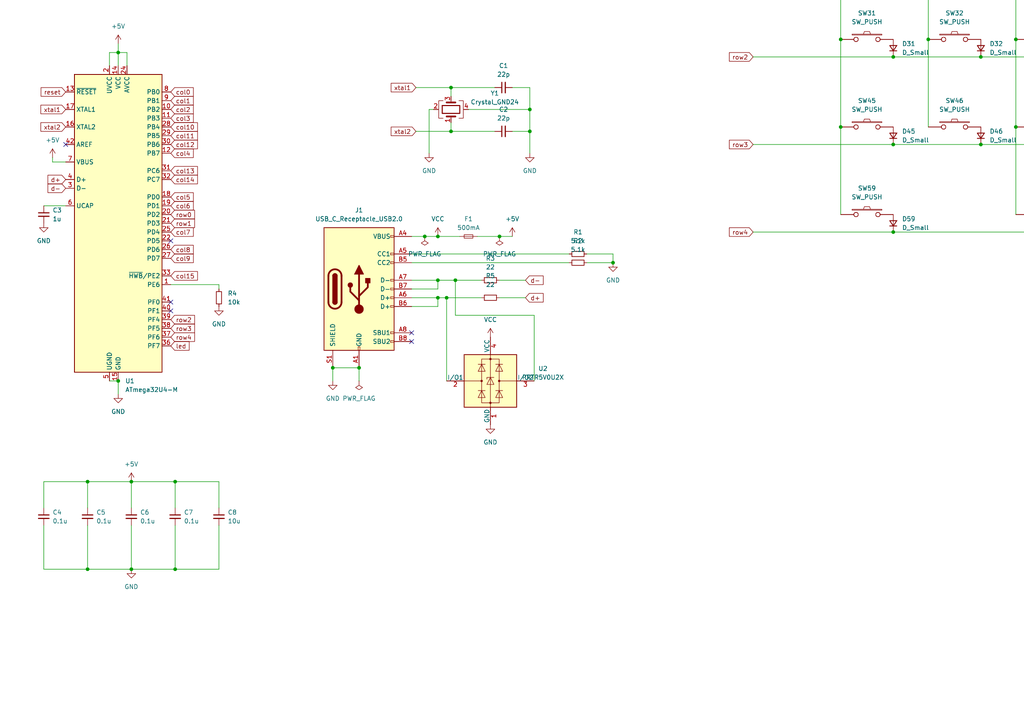
<source format=kicad_sch>
(kicad_sch (version 20211123) (generator eeschema)
  (paper "A4")
  (junction (at 548.64 36.83))
  (junction (at 497.84 -13.97))
  (junction (at 162.56 220.98))
  (junction (at 599.44 -13.97))
  (junction (at 177.8 76.2))
  (junction (at 259.08 16.51))
  (junction (at 502.92 198.12))
  (junction (at 162.56 388.62))
  (junction (at 548.64 11.43))
  (junction (at 162.56 414.02))
  (junction (at 513.08 -8.89))
  (junction (at 589.28 67.31))
  (junction (at 177.8 347.98))
  (junction (at 538.48 -8.89))
  (junction (at 269.24 -13.97))
  (junction (at 208.28 337.82))
  (junction (at 223.52 322.58))
  (junction (at 370.84 36.83))
  (junction (at 589.28 -8.89))
  (junction (at 193.04 424.18))
  (junction (at 132.08 363.22))
  (junction (at 162.56 337.82))
  (junction (at 360.68 -8.89))
  (junction (at 162.56 261.62))
  (junction (at 284.48 41.91))
  (junction (at 208.28 322.58))
  (junction (at 147.32 322.58))
  (junction (at 162.56 297.18))
  (junction (at 38.1 139.7))
  (junction (at 101.6 414.02))
  (junction (at 193.04 373.38))
  (junction (at 116.84 261.62))
  (junction (at 132.08 236.22))
  (junction (at 101.6 220.98))
  (junction (at 487.68 -8.89))
  (junction (at 624.84 -39.37))
  (junction (at 116.84 246.38))
  (junction (at 345.44 11.43))
  (junction (at 116.84 337.82))
  (junction (at 523.24 -13.97))
  (junction (at 132.08 297.18))
  (junction (at 574.04 -13.97))
  (junction (at 487.68 41.91))
  (junction (at 370.84 -39.37))
  (junction (at 147.32 287.02))
  (junction (at 162.56 373.38))
  (junction (at 116.84 373.38))
  (junction (at 38.1 165.1))
  (junction (at 116.84 398.78))
  (junction (at 144.8761 68.58))
  (junction (at 147.32 297.18))
  (junction (at 130.81 38.1))
  (junction (at 360.68 67.31))
  (junction (at 193.04 388.62))
  (junction (at 436.88 -8.89))
  (junction (at 34.29 15.24))
  (junction (at 132.08 439.42))
  (junction (at 127 86.36))
  (junction (at 309.88 -8.89))
  (junction (at 177.8 322.58))
  (junction (at 548.64 -39.37))
  (junction (at 538.48 41.91))
  (junction (at 132.08 388.62))
  (junction (at 116.84 312.42))
  (junction (at 132.08 246.38))
  (junction (at 538.48 16.51))
  (junction (at 177.8 388.62))
  (junction (at 614.68 67.31))
  (junction (at 284.48 -8.89))
  (junction (at 34.29 110.49))
  (junction (at 243.84 -39.37))
  (junction (at 386.08 -8.89))
  (junction (at 162.56 347.98))
  (junction (at 599.44 -39.37))
  (junction (at 132.08 337.82))
  (junction (at 101.6 337.82))
  (junction (at 50.8 139.7))
  (junction (at 309.88 41.91))
  (junction (at 421.64 -39.37))
  (junction (at 563.88 41.91))
  (junction (at 269.24 11.43))
  (junction (at 132.08 322.58))
  (junction (at 127 81.28))
  (junction (at 104.14 106.68))
  (junction (at 462.28 -8.89))
  (junction (at 589.28 41.91))
  (junction (at 132.08 398.78))
  (junction (at 472.44 -39.37))
  (junction (at 25.4 165.1))
  (junction (at 127 68.58))
  (junction (at 284.48 16.51))
  (junction (at 487.68 -34.29))
  (junction (at 132.08 81.28))
  (junction (at 153.67 38.1))
  (junction (at 116.84 388.62))
  (junction (at 436.88 -34.29))
  (junction (at 177.8 236.22))
  (junction (at 335.28 16.51))
  (junction (at 472.44 11.43))
  (junction (at 132.08 373.38))
  (junction (at 147.32 337.82))
  (junction (at 193.04 347.98))
  (junction (at 177.8 337.82))
  (junction (at 101.6 261.62))
  (junction (at 162.56 312.42))
  (junction (at 147.32 424.18))
  (junction (at 269.24 -39.37))
  (junction (at 386.08 16.51))
  (junction (at 335.28 -34.29))
  (junction (at 132.08 287.02))
  (junction (at 345.44 -13.97))
  (junction (at 193.04 236.22))
  (junction (at 147.32 363.22))
  (junction (at 116.84 414.02))
  (junction (at 147.32 398.78))
  (junction (at 147.32 236.22))
  (junction (at 614.68 -34.29))
  (junction (at 162.56 424.18))
  (junction (at 162.56 246.38))
  (junction (at 259.08 -8.89))
  (junction (at 320.04 -39.37))
  (junction (at 497.84 11.43))
  (junction (at 487.68 16.51))
  (junction (at 116.84 347.98))
  (junction (at 177.8 363.22))
  (junction (at 208.28 398.78))
  (junction (at 147.32 347.98))
  (junction (at 624.84 11.43))
  (junction (at 177.8 398.78))
  (junction (at 563.88 -8.89))
  (junction (at 96.52 106.68))
  (junction (at 177.8 220.98))
  (junction (at 162.56 322.58))
  (junction (at 132.08 271.78))
  (junction (at 345.44 36.83))
  (junction (at 309.88 67.31))
  (junction (at 132.08 312.42))
  (junction (at 447.04 -13.97))
  (junction (at 614.68 16.51))
  (junction (at 320.04 -13.97))
  (junction (at 116.84 236.22))
  (junction (at 177.8 297.18))
  (junction (at 177.8 373.38))
  (junction (at 132.08 261.62))
  (junction (at 284.48 -34.29))
  (junction (at 177.8 246.38))
  (junction (at 436.88 67.31))
  (junction (at 116.84 271.78))
  (junction (at 447.04 11.43))
  (junction (at 147.32 261.62))
  (junction (at 599.44 11.43))
  (junction (at 177.8 424.18))
  (junction (at 370.84 11.43))
  (junction (at 116.84 220.98))
  (junction (at 177.8 271.78))
  (junction (at 162.56 363.22))
  (junction (at 360.68 16.51))
  (junction (at 624.84 -13.97))
  (junction (at 436.88 16.51))
  (junction (at 101.6 363.22))
  (junction (at 132.08 347.98))
  (junction (at 130.81 25.4))
  (junction (at 101.6 287.02))
  (junction (at 132.08 414.02))
  (junction (at 421.64 -13.97))
  (junction (at 116.84 439.42))
  (junction (at 153.67 31.75))
  (junction (at 243.84 -13.97))
  (junction (at 523.24 11.43))
  (junction (at 335.28 -8.89))
  (junction (at 238.76 322.58))
  (junction (at 259.08 -34.29))
  (junction (at 294.64 -13.97))
  (junction (at 147.32 414.02))
  (junction (at 421.64 11.43))
  (junction (at 563.88 -34.29))
  (junction (at 193.04 363.22))
  (junction (at 223.52 337.82))
  (junction (at 320.04 11.43))
  (junction (at 513.08 -34.29))
  (junction (at 116.84 322.58))
  (junction (at 574.04 36.83))
  (junction (at 208.28 347.98))
  (junction (at 123.19 68.58))
  (junction (at 243.84 36.83))
  (junction (at 259.08 67.31))
  (junction (at 360.68 41.91))
  (junction (at 147.32 388.62))
  (junction (at 563.88 67.31))
  (junction (at 193.04 220.98))
  (junction (at 411.48 -34.29))
  (junction (at 147.32 373.38))
  (junction (at 513.08 41.91))
  (junction (at 462.28 41.91))
  (junction (at 386.08 41.91))
  (junction (at 421.64 36.83))
  (junction (at 162.56 236.22))
  (junction (at 129.54 86.36))
  (junction (at 472.44 36.83))
  (junction (at 147.32 312.42))
  (junction (at 447.04 -39.37))
  (junction (at 294.64 11.43))
  (junction (at 259.08 41.91))
  (junction (at 101.6 236.22))
  (junction (at 386.08 67.31))
  (junction (at 462.28 16.51))
  (junction (at 50.8 165.1))
  (junction (at 360.68 -34.29))
  (junction (at 497.84 -39.37))
  (junction (at 309.88 -34.29))
  (junction (at 25.4 139.7))
  (junction (at 386.08 -34.29))
  (junction (at 223.52 398.78))
  (junction (at 523.24 -39.37))
  (junction (at 294.64 36.83))
  (junction (at 177.8 414.02))
  (junction (at 193.04 322.58))
  (junction (at 147.32 439.42))
  (junction (at 101.6 388.62))
  (junction (at 162.56 439.42))
  (junction (at 147.32 220.98))
  (junction (at 513.08 16.51))
  (junction (at 116.84 297.18))
  (junction (at 116.84 287.02))
  (junction (at 294.64 -39.37))
  (junction (at 208.28 414.02))
  (junction (at 116.84 363.22))
  (junction (at 487.68 67.31))
  (junction (at 462.28 -34.29))
  (junction (at 177.8 439.42))
  (junction (at 116.84 424.18))
  (junction (at 309.88 16.51))
  (junction (at 345.44 -39.37))
  (junction (at 193.04 414.02))
  (junction (at 162.56 271.78))
  (junction (at 243.84 11.43))
  (junction (at 101.6 439.42))
  (junction (at 147.32 271.78))
  (junction (at 538.48 -34.29))
  (junction (at 548.64 -13.97))
  (junction (at 132.08 424.18))
  (junction (at 132.08 220.98))
  (junction (at 436.88 41.91))
  (junction (at 193.04 398.78))
  (junction (at 335.28 41.91))
  (junction (at 472.44 -13.97))
  (junction (at 193.04 337.82))
  (junction (at 162.56 287.02))
  (junction (at 599.44 36.83))
  (junction (at 208.28 373.38))
  (junction (at 614.68 -8.89))
  (junction (at 101.6 312.42))
  (junction (at 563.88 16.51))
  (junction (at 370.84 -13.97))
  (junction (at 162.56 398.78))
  (junction (at 147.32 246.38))
  (no_connect (at 19.05 41.91))
  (no_connect (at 49.53 87.63))
  (no_connect (at 49.53 90.17))
  (no_connect (at 119.38 96.52))
  (no_connect (at 119.38 99.06))
  (no_connect (at 200.66 431.8))
  (no_connect (at 49.53 69.85))
  (wire (pts (xy 294.64 -39.37) (xy 294.64 -13.97)))
  (wire (pts (xy 132.08 373.38) (xy 147.32 373.38)))
  (wire (pts (xy 130.81 38.1) (xy 143.51 38.1)))
  (wire (pts (xy 101.6 297.18) (xy 116.84 297.18)))
  (wire (pts (xy 144.78 81.28) (xy 152.4 81.28)))
  (wire (pts (xy 523.24 -13.97) (xy 523.24 11.43)))
  (wire (pts (xy 177.8 363.22) (xy 193.04 363.22)))
  (wire (pts (xy 563.88 -8.89) (xy 589.28 -8.89)))
  (wire (pts (xy 462.28 16.51) (xy 487.68 16.51)))
  (wire (pts (xy 177.8 373.38) (xy 193.04 373.38)))
  (wire (pts (xy 132.08 246.38) (xy 147.32 246.38)))
  (wire (pts (xy 259.08 -34.29) (xy 218.44 -34.29)))
  (wire (pts (xy 162.56 287.02) (xy 177.8 287.02)))
  (wire (pts (xy 132.08 297.18) (xy 147.32 297.18)))
  (wire (pts (xy 421.64 36.83) (xy 421.64 62.23)))
  (wire (pts (xy 162.56 363.22) (xy 177.8 363.22)))
  (wire (pts (xy 472.44 11.43) (xy 472.44 36.83)))
  (wire (pts (xy 116.84 287.02) (xy 132.08 287.02)))
  (wire (pts (xy 116.84 398.78) (xy 132.08 398.78)))
  (wire (pts (xy 436.88 -8.89) (xy 462.28 -8.89)))
  (wire (pts (xy 360.68 41.91) (xy 386.08 41.91)))
  (wire (pts (xy 294.64 -52.07) (xy 294.64 -39.37)))
  (wire (pts (xy 119.38 73.66) (xy 165.1 73.66)))
  (wire (pts (xy 116.84 246.38) (xy 132.08 246.38)))
  (wire (pts (xy 116.84 414.02) (xy 132.08 414.02)))
  (wire (pts (xy 193.04 347.98) (xy 208.28 347.98)))
  (wire (pts (xy 284.48 16.51) (xy 259.08 16.51)))
  (wire (pts (xy 154.94 91.44) (xy 154.94 110.49)))
  (wire (pts (xy 132.08 337.82) (xy 147.32 337.82)))
  (wire (pts (xy 177.8 347.98) (xy 193.04 347.98)))
  (wire (pts (xy 132.08 91.44) (xy 154.94 91.44)))
  (wire (pts (xy 63.5 82.55) (xy 63.5 83.82)))
  (wire (pts (xy 269.24 -52.07) (xy 269.24 -39.37)))
  (wire (pts (xy 88.9 317.5) (xy 88.9 330.2)))
  (wire (pts (xy 147.32 363.22) (xy 162.56 363.22)))
  (wire (pts (xy 147.32 398.78) (xy 162.56 398.78)))
  (wire (pts (xy 548.64 -39.37) (xy 548.64 -13.97)))
  (wire (pts (xy 101.6 337.82) (xy 116.84 337.82)))
  (wire (pts (xy 223.52 322.58) (xy 238.76 322.58)))
  (wire (pts (xy 101.6 414.02) (xy 116.84 414.02)))
  (wire (pts (xy 96.52 106.68) (xy 96.52 110.49)))
  (wire (pts (xy 162.56 398.78) (xy 177.8 398.78)))
  (wire (pts (xy 88.9 330.2) (xy 93.98 330.2)))
  (wire (pts (xy 132.08 322.58) (xy 147.32 322.58)))
  (wire (pts (xy 88.9 292.1) (xy 88.9 304.8)))
  (wire (pts (xy 574.04 36.83) (xy 574.04 62.23)))
  (wire (pts (xy 127 86.36) (xy 129.54 86.36)))
  (wire (pts (xy 487.68 41.91) (xy 513.08 41.91)))
  (wire (pts (xy 130.81 25.4) (xy 130.81 27.94)))
  (wire (pts (xy 269.24 -39.37) (xy 269.24 -13.97)))
  (wire (pts (xy 614.68 -8.89) (xy 640.08 -8.89)))
  (wire (pts (xy 548.64 11.43) (xy 548.64 36.83)))
  (wire (pts (xy 309.88 67.31) (xy 360.68 67.31)))
  (wire (pts (xy 132.08 398.78) (xy 147.32 398.78)))
  (wire (pts (xy 421.64 -52.07) (xy 421.64 -39.37)))
  (wire (pts (xy 386.08 -34.29) (xy 411.48 -34.29)))
  (wire (pts (xy 563.88 41.91) (xy 589.28 41.91)))
  (wire (pts (xy 215.9 355.6) (xy 215.9 368.3)))
  (wire (pts (xy 104.14 106.68) (xy 104.14 110.49)))
  (wire (pts (xy 345.44 -52.07) (xy 345.44 -39.37)))
  (wire (pts (xy 129.54 86.36) (xy 139.7 86.36)))
  (wire (pts (xy 31.75 15.24) (xy 34.29 15.24)))
  (wire (pts (xy 153.67 25.4) (xy 153.67 31.75)))
  (wire (pts (xy 243.84 -39.37) (xy 243.84 -13.97)))
  (wire (pts (xy 34.29 15.24) (xy 34.29 19.05)))
  (wire (pts (xy 12.7 59.69) (xy 19.05 59.69)))
  (wire (pts (xy 25.4 152.4) (xy 25.4 165.1)))
  (wire (pts (xy 170.18 76.2) (xy 177.8 76.2)))
  (wire (pts (xy 101.6 398.78) (xy 116.84 398.78)))
  (wire (pts (xy 497.84 -52.07) (xy 497.84 -39.37)))
  (wire (pts (xy 38.1 139.7) (xy 38.1 147.32)))
  (wire (pts (xy 370.84 -13.97) (xy 370.84 11.43)))
  (wire (pts (xy 309.88 41.91) (xy 284.48 41.91)))
  (wire (pts (xy 162.56 337.82) (xy 177.8 337.82)))
  (wire (pts (xy 259.08 67.31) (xy 309.88 67.31)))
  (wire (pts (xy 162.56 246.38) (xy 177.8 246.38)))
  (wire (pts (xy 127 88.9) (xy 119.38 88.9)))
  (wire (pts (xy 147.32 337.82) (xy 162.56 337.82)))
  (wire (pts (xy 599.44 11.43) (xy 599.44 36.83)))
  (wire (pts (xy 147.32 439.42) (xy 162.56 439.42)))
  (wire (pts (xy 162.56 347.98) (xy 177.8 347.98)))
  (wire (pts (xy 193.04 236.22) (xy 208.28 236.22)))
  (wire (pts (xy 215.9 393.7) (xy 88.9 393.7)))
  (wire (pts (xy 162.56 373.38) (xy 177.8 373.38)))
  (wire (pts (xy 147.32 236.22) (xy 162.56 236.22)))
  (wire (pts (xy 335.28 41.91) (xy 309.88 41.91)))
  (wire (pts (xy 370.84 -39.37) (xy 370.84 -13.97)))
  (wire (pts (xy 345.44 36.83) (xy 345.44 62.23)))
  (wire (pts (xy 513.08 41.91) (xy 538.48 41.91)))
  (wire (pts (xy 162.56 439.42) (xy 177.8 439.42)))
  (wire (pts (xy 185.42 279.4) (xy 185.42 292.1)))
  (wire (pts (xy 130.81 35.56) (xy 130.81 38.1)))
  (wire (pts (xy 447.04 -39.37) (xy 447.04 -13.97)))
  (wire (pts (xy 185.42 254) (xy 185.42 266.7)))
  (wire (pts (xy 360.68 -8.89) (xy 386.08 -8.89)))
  (wire (pts (xy 574.04 -52.07) (xy 574.04 -13.97)))
  (wire (pts (xy 208.28 322.58) (xy 223.52 322.58)))
  (wire (pts (xy 120.65 38.1) (xy 130.81 38.1)))
  (wire (pts (xy 309.88 16.51) (xy 335.28 16.51)))
  (wire (pts (xy 116.84 337.82) (xy 132.08 337.82)))
  (wire (pts (xy 96.52 106.68) (xy 104.14 106.68)))
  (wire (pts (xy 101.6 271.78) (xy 116.84 271.78)))
  (wire (pts (xy 259.08 -8.89) (xy 218.44 -8.89)))
  (wire (pts (xy 76.2 363.22) (xy 101.6 363.22)))
  (wire (pts (xy 563.88 -34.29) (xy 614.68 -34.29)))
  (wire (pts (xy 185.42 304.8) (xy 185.42 317.5)))
  (wire (pts (xy 50.8 152.4) (xy 50.8 165.1)))
  (wire (pts (xy 76.2 388.62) (xy 101.6 388.62)))
  (wire (pts (xy 599.44 -39.37) (xy 599.44 -13.97)))
  (wire (pts (xy 370.84 11.43) (xy 370.84 36.83)))
  (wire (pts (xy 284.48 -34.29) (xy 259.08 -34.29)))
  (wire (pts (xy 320.04 -13.97) (xy 320.04 11.43)))
  (wire (pts (xy 177.8 271.78) (xy 203.2 271.78)))
  (wire (pts (xy 116.84 347.98) (xy 132.08 347.98)))
  (wire (pts (xy 147.32 271.78) (xy 162.56 271.78)))
  (wire (pts (xy 624.84 -52.07) (xy 624.84 -39.37)))
  (wire (pts (xy 116.84 236.22) (xy 132.08 236.22)))
  (wire (pts (xy 320.04 11.43) (xy 320.04 36.83)))
  (wire (pts (xy 101.6 261.62) (xy 116.84 261.62)))
  (wire (pts (xy 614.68 67.31) (xy 640.08 67.31)))
  (wire (pts (xy 243.84 36.83) (xy 243.84 62.23)))
  (wire (pts (xy 185.42 266.7) (xy 88.9 266.7)))
  (wire (pts (xy 574.04 -13.97) (xy 574.04 36.83)))
  (wire (pts (xy 185.42 317.5) (xy 88.9 317.5)))
  (wire (pts (xy 120.65 25.4) (xy 130.81 25.4)))
  (wire (pts (xy 238.76 322.58) (xy 266.7 322.58)))
  (wire (pts (xy 185.42 292.1) (xy 88.9 292.1)))
  (wire (pts (xy 193.04 373.38) (xy 208.28 373.38)))
  (wire (pts (xy 320.04 -52.07) (xy 320.04 -39.37)))
  (wire (pts (xy 25.4 139.7) (xy 38.1 139.7)))
  (wire (pts (xy 193.04 220.98) (xy 208.28 220.98)))
  (wire (pts (xy 215.9 381) (xy 215.9 393.7)))
  (wire (pts (xy 101.6 347.98) (xy 116.84 347.98)))
  (wire (pts (xy 589.28 67.31) (xy 614.68 67.31)))
  (wire (pts (xy 116.84 439.42) (xy 132.08 439.42)))
  (wire (pts (xy 599.44 -13.97) (xy 599.44 11.43)))
  (wire (pts (xy 345.44 -13.97) (xy 345.44 11.43)))
  (wire (pts (xy 101.6 220.98) (xy 116.84 220.98)))
  (wire (pts (xy 462.28 -34.29) (xy 487.68 -34.29)))
  (wire (pts (xy 132.08 236.22) (xy 147.32 236.22)))
  (wire (pts (xy 88.9 355.6) (xy 93.98 355.6)))
  (wire (pts (xy 436.88 67.31) (xy 487.68 67.31)))
  (wire (pts (xy 386.08 16.51) (xy 436.88 16.51)))
  (wire (pts (xy 63.5 165.1) (xy 63.5 152.4)))
  (wire (pts (xy 101.6 246.38) (xy 116.84 246.38)))
  (wire (pts (xy 243.84 -13.97) (xy 243.84 11.43)))
  (wire (pts (xy 147.32 246.38) (xy 162.56 246.38)))
  (wire (pts (xy 76.2 414.02) (xy 101.6 414.02)))
  (wire (pts (xy 101.6 312.42) (xy 116.84 312.42)))
  (wire (pts (xy 116.84 220.98) (xy 132.08 220.98)))
  (wire (pts (xy 487.68 -34.29) (xy 513.08 -34.29)))
  (wire (pts (xy 88.9 342.9) (xy 88.9 355.6)))
  (wire (pts (xy 34.29 12.7) (xy 34.29 15.24)))
  (wire (pts (xy 76.2 287.02) (xy 101.6 287.02)))
  (wire (pts (xy 502.92 198.12) (xy 502.92 210.82)))
  (wire (pts (xy 193.04 337.82) (xy 208.28 337.82)))
  (wire (pts (xy 76.2 337.82) (xy 101.6 337.82)))
  (wire (pts (xy 497.84 11.43) (xy 497.84 36.83)))
  (wire (pts (xy 472.44 36.83) (xy 472.44 62.23)))
  (wire (pts (xy 36.83 19.05) (xy 36.83 15.24)))
  (wire (pts (xy 523.24 -39.37) (xy 523.24 -13.97)))
  (wire (pts (xy 497.84 -39.37) (xy 497.84 -13.97)))
  (wire (pts (xy 132.08 439.42) (xy 147.32 439.42)))
  (wire (pts (xy 335.28 41.91) (xy 360.68 41.91)))
  (wire (pts (xy 309.88 16.51) (xy 284.48 16.51)))
  (wire (pts (xy 38.1 139.7) (xy 50.8 139.7)))
  (wire (pts (xy 116.84 261.62) (xy 132.08 261.62)))
  (wire (pts (xy 345.44 -39.37) (xy 345.44 -13.97)))
  (wire (pts (xy 38.1 165.1) (xy 50.8 165.1)))
  (wire (pts (xy 538.48 41.91) (xy 563.88 41.91)))
  (wire (pts (xy 246.38 330.2) (xy 246.38 342.9)))
  (wire (pts (xy 370.84 36.83) (xy 370.84 62.23)))
  (wire (pts (xy 487.68 67.31) (xy 563.88 67.31)))
  (wire (pts (xy 127 86.36) (xy 127 88.9)))
  (wire (pts (xy 116.84 297.18) (xy 132.08 297.18)))
  (wire (pts (xy 116.84 424.18) (xy 132.08 424.18)))
  (wire (pts (xy 177.8 388.62) (xy 193.04 388.62)))
  (wire (pts (xy 177.8 439.42) (xy 193.04 439.42)))
  (wire (pts (xy 548.64 36.83) (xy 548.64 62.23)))
  (wire (pts (xy 269.24 11.43) (xy 269.24 36.83)))
  (wire (pts (xy 147.32 424.18) (xy 162.56 424.18)))
  (wire (pts (xy 436.88 41.91) (xy 462.28 41.91)))
  (wire (pts (xy 208.28 414.02) (xy 223.52 414.02)))
  (wire (pts (xy 497.84 -13.97) (xy 497.84 11.43)))
  (wire (pts (xy 88.9 381) (xy 93.98 381)))
  (wire (pts (xy 345.44 11.43) (xy 345.44 36.83)))
  (wire (pts (xy 88.9 393.7) (xy 88.9 406.4)))
  (wire (pts (xy 231.14 406.4) (xy 231.14 419.1)))
  (wire (pts (xy 243.84 11.43) (xy 243.84 36.83)))
  (wire (pts (xy 147.32 414.02) (xy 162.56 414.02)))
  (wire (pts (xy 123.19 68.58) (xy 127 68.58)))
  (wire (pts (xy 132.08 261.62) (xy 147.32 261.62)))
  (wire (pts (xy 624.84 -39.37) (xy 624.84 -13.97)))
  (wire (pts (xy 132.08 424.18) (xy 147.32 424.18)))
  (wire (pts (xy 421.64 -13.97) (xy 421.64 11.43)))
  (wire (pts (xy 153.67 38.1) (xy 153.67 44.45)))
  (wire (pts (xy 193.04 398.78) (xy 208.28 398.78)))
  (wire (pts (xy 162.56 414.02) (xy 177.8 414.02)))
  (wire (pts (xy 614.68 16.51) (xy 640.08 16.51)))
  (wire (pts (xy 162.56 388.62) (xy 177.8 388.62)))
  (wire (pts (xy 49.53 82.55) (xy 63.5 82.55)))
  (wire (pts (xy 162.56 261.62) (xy 177.8 261.62)))
  (wire (pts (xy 624.84 -13.97) (xy 624.84 11.43)))
  (wire (pts (xy 170.18 73.66) (xy 177.8 73.66)))
  (wire (pts (xy 215.9 228.6) (xy 215.9 241.3)))
  (wire (pts (xy 472.44 -52.07) (xy 472.44 -39.37)))
  (wire (pts (xy 208.28 398.78) (xy 223.52 398.78)))
  (wire (pts (xy 513.08 -34.29) (xy 538.48 -34.29)))
  (wire (pts (xy 50.8 165.1) (xy 63.5 165.1)))
  (wire (pts (xy 624.84 11.43) (xy 624.84 62.23)))
  (wire (pts (xy 548.64 -52.07) (xy 548.64 -39.37)))
  (wire (pts (xy 147.32 220.98) (xy 162.56 220.98)))
  (wire (pts (xy 15.24 46.99) (xy 19.05 46.99)))
  (wire (pts (xy 147.32 322.58) (xy 162.56 322.58)))
  (wire (pts (xy 177.8 73.66) (xy 177.8 76.2)))
  (wire (pts (xy 193.04 388.62) (xy 208.28 388.62)))
  (wire (pts (xy 91.44 220.98) (xy 101.6 220.98)))
  (wire (pts (xy 138.43 68.58) (xy 144.8761 68.58)))
  (wire (pts (xy 599.44 36.83) (xy 599.44 62.23)))
  (wire (pts (xy 447.04 -52.07) (xy 447.04 -39.37)))
  (wire (pts (xy 436.88 -34.29) (xy 411.48 -34.29)))
  (wire (pts (xy 132.08 363.22) (xy 147.32 363.22)))
  (wire (pts (xy 523.24 -52.07) (xy 523.24 -39.37)))
  (wire (pts (xy 12.7 147.32) (xy 12.7 139.7)))
  (wire (pts (xy 360.68 67.31) (xy 386.08 67.31)))
  (wire (pts (xy 132.08 414.02) (xy 147.32 414.02)))
  (wire (pts (xy 119.38 68.58) (xy 123.19 68.58)))
  (wire (pts (xy 421.64 -39.37) (xy 421.64 -13.97)))
  (wire (pts (xy 487.68 -8.89) (xy 513.08 -8.89)))
  (wire (pts (xy 513.08 -8.89) (xy 538.48 -8.89)))
  (wire (pts (xy 101.6 322.58) (xy 116.84 322.58)))
  (wire (pts (xy 88.9 419.1) (xy 88.9 431.8)))
  (wire (pts (xy 320.04 -39.37) (xy 320.04 -13.97)))
  (wire (pts (xy 127 68.58) (xy 133.35 68.58)))
  (wire (pts (xy 335.28 -34.29) (xy 360.68 -34.29)))
  (wire (pts (xy 132.08 347.98) (xy 147.32 347.98)))
  (wire (pts (xy 116.84 312.42) (xy 132.08 312.42)))
  (wire (pts (xy 119.38 81.28) (xy 127 81.28)))
  (wire (pts (xy 147.32 297.18) (xy 162.56 297.18)))
  (wire (pts (xy 162.56 322.58) (xy 177.8 322.58)))
  (wire (pts (xy 88.9 266.7) (xy 88.9 279.4)))
  (wire (pts (xy 589.28 -8.89) (xy 614.68 -8.89)))
  (wire (pts (xy 63.5 139.7) (xy 63.5 147.32)))
  (wire (pts (xy 88.9 254) (xy 93.98 254)))
  (wire (pts (xy 147.32 347.98) (xy 162.56 347.98)))
  (wire (pts (xy 284.48 -8.89) (xy 259.08 -8.89)))
  (wire (pts (xy 15.24 45.72) (xy 15.24 46.99)))
  (wire (pts (xy 147.32 388.62) (xy 162.56 388.62)))
  (wire (pts (xy 335.28 -8.89) (xy 309.88 -8.89)))
  (wire (pts (xy 153.67 38.1) (xy 148.59 38.1)))
  (wire (pts (xy 144.78 86.36) (xy 152.4 86.36)))
  (wire (pts (xy 147.32 312.42) (xy 162.56 312.42)))
  (wire (pts (xy 25.4 165.1) (xy 38.1 165.1)))
  (wire (pts (xy 101.6 287.02) (xy 116.84 287.02)))
  (wire (pts (xy 144.8761 68.58) (xy 148.59 68.58)))
  (wire (pts (xy 259.08 67.31) (xy 218.44 67.31)))
  (wire (pts (xy 294.64 36.83) (xy 294.64 62.23)))
  (wire (pts (xy 116.84 322.58) (xy 132.08 322.58)))
  (wire (pts (xy 177.8 424.18) (xy 193.04 424.18)))
  (wire (pts (xy 589.28 41.91) (xy 614.68 41.91)))
  (wire (pts (xy 523.24 11.43) (xy 523.24 36.83)))
  (wire (pts (xy 223.52 337.82) (xy 238.76 337.82)))
  (wire (pts (xy 38.1 152.4) (xy 38.1 165.1)))
  (wire (pts (xy 177.8 236.22) (xy 193.04 236.22)))
  (wire (pts (xy 50.8 139.7) (xy 63.5 139.7)))
  (wire (pts (xy 421.64 11.43) (xy 421.64 36.83)))
  (wire (pts (xy 436.88 16.51) (xy 462.28 16.51)))
  (wire (pts (xy 177.8 246.38) (xy 201.93 246.38)))
  (wire (pts (xy 243.84 -52.07) (xy 243.84 -39.37)))
  (wire (pts (xy 502.92 198.12) (xy 505.46 198.12)))
  (wire (pts (xy 116.84 271.78) (xy 132.08 271.78)))
  (wire (pts (xy 231.14 419.1) (xy 88.9 419.1)))
  (wire (pts (xy 386.08 67.31) (xy 436.88 67.31)))
  (wire (pts (xy 147.32 261.62) (xy 162.56 261.62)))
  (wire (pts (xy 436.88 -34.29) (xy 462.28 -34.29)))
  (wire (pts (xy 12.7 165.1) (xy 25.4 165.1)))
  (wire (pts (xy 101.6 439.42) (xy 116.84 439.42)))
  (wire (pts (xy 101.6 236.22) (xy 116.84 236.22)))
  (wire (pts (xy 25.4 139.7) (xy 25.4 147.32)))
  (wire (pts (xy 294.64 11.43) (xy 294.64 36.83)))
  (wire (pts (xy 538.48 -34.29) (xy 563.88 -34.29)))
  (wire (pts (xy 101.6 363.22) (xy 116.84 363.22)))
  (wire (pts (xy 177.8 322.58) (xy 193.04 322.58)))
  (wire (pts (xy 447.04 11.43) (xy 447.04 36.83)))
  (wire (pts (xy 162.56 271.78) (xy 177.8 271.78)))
  (wire (pts (xy 88.9 228.6) (xy 93.98 228.6)))
  (wire (pts (xy 124.46 31.75) (xy 124.46 44.45)))
  (wire (pts (xy 309.88 -8.89) (xy 284.48 -8.89)))
  (wire (pts (xy 116.84 373.38) (xy 132.08 373.38)))
  (wire (pts (xy 177.8 220.98) (xy 193.04 220.98)))
  (wire (pts (xy 599.44 -52.07) (xy 599.44 -39.37)))
  (wire (pts (xy 335.28 -34.29) (xy 309.88 -34.29)))
  (wire (pts (xy 563.88 67.31) (xy 589.28 67.31)))
  (wire (pts (xy 177.8 337.82) (xy 193.04 337.82)))
  (wire (pts (xy 132.08 287.02) (xy 147.32 287.02)))
  (wire (pts (xy 101.6 388.62) (xy 116.84 388.62)))
  (wire (pts (xy 223.52 398.78) (xy 266.7 398.78)))
  (wire (pts (xy 153.67 31.75) (xy 153.67 38.1)))
  (wire (pts (xy 487.68 16.51) (xy 513.08 16.51)))
  (wire (pts (xy 510.54 198.12) (xy 513.08 198.12)))
  (wire (pts (xy 259.08 41.91) (xy 218.44 41.91)))
  (wire (pts (xy 215.9 241.3) (xy 88.9 241.3)))
  (wire (pts (xy 88.9 406.4) (xy 93.98 406.4)))
  (wire (pts (xy 88.9 241.3) (xy 88.9 254)))
  (wire (pts (xy 50.8 139.7) (xy 50.8 147.32)))
  (wire (pts (xy 162.56 424.18) (xy 177.8 424.18)))
  (wire (pts (xy 538.48 16.51) (xy 563.88 16.51)))
  (wire (pts (xy 538.48 -8.89) (xy 563.88 -8.89)))
  (wire (pts (xy 360.68 16.51) (xy 386.08 16.51)))
  (wire (pts (xy 88.9 431.8) (xy 93.98 431.8)))
  (wire (pts (xy 500.38 198.12) (xy 502.92 198.12)))
  (wire (pts (xy 208.28 373.38) (xy 266.7 373.38)))
  (wire (pts (xy 309.88 -34.29) (xy 284.48 -34.29)))
  (wire (pts (xy 335.28 -8.89) (xy 360.68 -8.89)))
  (wire (pts (xy 396.24 -52.07) (xy 396.24 -39.37)))
  (wire (pts (xy 177.8 414.02) (xy 193.04 414.02)))
  (wire (pts (xy 31.75 19.05) (xy 31.75 15.24)))
  (wire (pts (xy 132.08 81.28) (xy 139.7 81.28)))
  (wire (pts (xy 162.56 220.98) (xy 177.8 220.98)))
  (wire (pts (xy 132.08 81.28) (xy 132.08 91.44)))
  (wire (pts (xy 132.08 388.62) (xy 147.32 388.62)))
  (wire (pts (xy 91.44 236.22) (xy 101.6 236.22)))
  (wire (pts (xy 548.64 -13.97) (xy 548.64 11.43)))
  (wire (pts (xy 147.32 373.38) (xy 162.56 373.38)))
  (wire (pts (xy 193.04 414.02) (xy 208.28 414.02)))
  (wire (pts (xy 135.89 31.75) (xy 153.67 31.75)))
  (wire (pts (xy 88.9 279.4) (xy 93.98 279.4)))
  (wire (pts (xy 193.04 322.58) (xy 208.28 322.58)))
  (wire (pts (xy 177.8 297.18) (xy 203.2 297.18)))
  (wire (pts (xy 284.48 41.91) (xy 259.08 41.91)))
  (wire (pts (xy 614.68 -34.29) (xy 640.08 -34.29)))
  (wire (pts (xy 129.54 86.36) (xy 129.54 110.49)))
  (wire (pts (xy 101.6 373.38) (xy 116.84 373.38)))
  (wire (pts (xy 162.56 312.42) (xy 177.8 312.42)))
  (wire (pts (xy 208.28 337.82) (xy 223.52 337.82)))
  (wire (pts (xy 386.08 -8.89) (xy 436.88 -8.89)))
  (wire (pts (xy 162.56 297.18) (xy 177.8 297.18)))
  (wire (pts (xy 88.9 304.8) (xy 93.98 304.8)))
  (wire (pts (xy 132.08 271.78) (xy 147.32 271.78)))
  (wire (pts (xy 513.08 16.51) (xy 538.48 16.51)))
  (wire (pts (xy 76.2 261.62) (xy 101.6 261.62)))
  (wire (pts (xy 148.59 25.4) (xy 153.67 25.4)))
  (wire (pts (xy 335.28 16.51) (xy 360.68 16.51)))
  (wire (pts (xy 119.38 76.2) (xy 165.1 76.2)))
  (wire (pts (xy 101.6 424.18) (xy 116.84 424.18)))
  (wire (pts (xy 34.29 110.49) (xy 34.29 114.3)))
  (wire (pts (xy 12.7 152.4) (xy 12.7 165.1)))
  (wire (pts (xy 259.08 16.51) (xy 218.44 16.51)))
  (wire (pts (xy 269.24 -13.97) (xy 269.24 11.43)))
  (wire (pts (xy 127 83.82) (xy 119.38 83.82)))
  (wire (pts (xy 31.75 110.49) (xy 34.29 110.49)))
  (wire (pts (xy 462.28 41.91) (xy 487.68 41.91)))
  (wire (pts (xy 119.38 86.36) (xy 127 86.36)))
  (wire (pts (xy 116.84 363.22) (xy 132.08 363.22)))
  (wire (pts (xy 125.73 31.75) (xy 124.46 31.75)))
  (wire (pts (xy 208.28 347.98) (xy 266.7 347.98)))
  (wire (pts (xy 472.44 -39.37) (xy 472.44 -13.97)))
  (wire (pts (xy 130.81 25.4) (xy 143.51 25.4)))
  (wire (pts (xy 147.32 287.02) (xy 162.56 287.02)))
  (wire (pts (xy 76.2 439.42) (xy 101.6 439.42)))
  (wire (pts (xy 518.16 210.82) (xy 525.78 210.82)))
  (wire (pts (xy 215.9 368.3) (xy 88.9 368.3)))
  (wire (pts (xy 116.84 388.62) (xy 132.08 388.62)))
  (wire (pts (xy 132.08 312.42) (xy 147.32 312.42)))
  (wire (pts (xy 563.88 16.51) (xy 614.68 16.51)))
  (wire (pts (xy 88.9 368.3) (xy 88.9 381)))
  (wire (pts (xy 177.8 398.78) (xy 193.04 398.78)))
  (wire (pts (xy 162.56 236.22) (xy 177.8 236.22)))
  (wire (pts (xy 193.04 363.22) (xy 208.28 363.22)))
  (wire (pts (xy 462.28 -8.89) (xy 487.68 -8.89)))
  (wire (pts (xy 76.2 312.42) (xy 101.6 312.42)))
  (wire (pts (xy 472.44 -13.97) (xy 472.44 11.43)))
  (wire (pts (xy 127 81.28) (xy 127 83.82)))
  (wire (pts (xy 127 81.28) (xy 132.08 81.28)))
  (wire (pts (xy 386.08 41.91) (xy 436.88 41.91)))
  (wire (pts (xy 12.7 139.7) (xy 25.4 139.7)))
  (wire (pts (xy 370.84 -52.07) (xy 370.84 -39.37)))
  (wire (pts (xy 193.04 424.18) (xy 266.7 424.18)))
  (wire (pts (xy 294.64 -13.97) (xy 294.64 11.43)))
  (wire (pts (xy 360.68 -34.29) (xy 386.08 -34.29)))
  (wire (pts (xy 246.38 342.9) (xy 88.9 342.9)))
  (wire (pts (xy 447.04 -13.97) (xy 447.04 11.43)))
  (wire (pts (xy 36.83 15.24) (xy 34.29 15.24)))
  (wire (pts (xy 132.08 220.98) (xy 147.32 220.98)))
  (global_label "col8" (shape input) (at 447.04 -52.07 90) (property "Intersheet References" "${INTERSHEET_REFS}" (effects hide)))
  (global_label "d+" (shape input) (at 19.05 52.07 180) (property "Intersheet References" "${INTERSHEET_REFS}" (effects hide)))
  (global_label "col4" (shape input) (at 345.44 -52.07 90) (property "Intersheet References" "${INTERSHEET_REFS}" (effects hide)))
  (global_label "col13" (shape input) (at 574.04 -52.07 90) (property "Intersheet References" "${INTERSHEET_REFS}" (effects hide)))
  (global_label "row1" (shape input) (at 218.44 -8.89 180) (property "Intersheet References" "${INTERSHEET_REFS}" (effects hide)))
  (global_label "col10" (shape input) (at 49.53 36.83 0) (property "Intersheet References" "${INTERSHEET_REFS}" (effects hide)))
  (global_label "col1" (shape input) (at 49.53 29.21 0) (property "Intersheet References" "${INTERSHEET_REFS}" (effects hide)))
  (global_label "row1" (shape input) (at 49.53 64.77 0) (property "Intersheet References" "${INTERSHEET_REFS}" (effects hide)))
  (global_label "col9" (shape input) (at 472.44 -52.07 90) (property "Intersheet References" "${INTERSHEET_REFS}" (effects hide)))
  (global_label "col11" (shape input) (at 523.24 -52.07 90) (property "Intersheet References" "${INTERSHEET_REFS}" (effects hide)))
  (global_label "led" (shape input) (at 88.9 228.6 180) (property "Intersheet References" "${INTERSHEET_REFS}" (effects hide)))
  (global_label "col0" (shape input) (at 243.84 -52.07 90) (property "Intersheet References" "${INTERSHEET_REFS}" (effects hide)))
  (global_label "row2" (shape input) (at 218.44 16.51 180) (property "Intersheet References" "${INTERSHEET_REFS}" (effects hide)))
  (global_label "col14" (shape input) (at 599.44 -52.07 90) (property "Intersheet References" "${INTERSHEET_REFS}" (effects hide)))
  (global_label "col12" (shape input) (at 548.64 -52.07 90) (property "Intersheet References" "${INTERSHEET_REFS}" (effects hide)))
  (global_label "d-" (shape input) (at 152.4 81.28 0) (property "Intersheet References" "${INTERSHEET_REFS}" (effects hide)))
  (global_label "d-" (shape input) (at 19.05 54.61 180) (property "Intersheet References" "${INTERSHEET_REFS}" (effects hide)))
  (global_label "col13" (shape input) (at 49.53 49.53 0) (property "Intersheet References" "${INTERSHEET_REFS}" (effects hide)))
  (global_label "reset" (shape input) (at 500.38 198.12 180) (property "Intersheet References" "${INTERSHEET_REFS}" (effects hide)))
  (global_label "col14" (shape input) (at 49.53 52.07 0) (property "Intersheet References" "${INTERSHEET_REFS}" (effects hide)))
  (global_label "col3" (shape input) (at 320.04 -52.07 90) (property "Intersheet References" "${INTERSHEET_REFS}" (effects hide)))
  (global_label "col11" (shape input) (at 49.53 39.37 0) (property "Intersheet References" "${INTERSHEET_REFS}" (effects hide)))
  (global_label "col6" (shape input) (at 396.24 -52.07 90) (property "Intersheet References" "${INTERSHEET_REFS}" (effects hide)))
  (global_label "col8" (shape input) (at 49.53 72.39 0) (property "Intersheet References" "${INTERSHEET_REFS}" (effects hide)))
  (global_label "col5" (shape input) (at 370.84 -52.07 90) (property "Intersheet References" "${INTERSHEET_REFS}" (effects hide)))
  (global_label "xtal2" (shape input) (at 120.65 38.1 180) (property "Intersheet References" "${INTERSHEET_REFS}" (effects hide)))
  (global_label "row4" (shape input) (at 49.53 97.79 0) (property "Intersheet References" "${INTERSHEET_REFS}" (effects hide)))
  (global_label "col7" (shape input) (at 421.64 -52.07 90) (property "Intersheet References" "${INTERSHEET_REFS}" (effects hide)))
  (global_label "col10" (shape input) (at 497.84 -52.07 90) (property "Intersheet References" "${INTERSHEET_REFS}" (effects hide)))
  (global_label "col2" (shape input) (at 49.53 31.75 0) (property "Intersheet References" "${INTERSHEET_REFS}" (effects hide)))
  (global_label "col15" (shape input) (at 624.84 -52.07 90) (property "Intersheet References" "${INTERSHEET_REFS}" (effects hide)))
  (global_label "col4" (shape input) (at 49.53 44.45 0) (property "Intersheet References" "${INTERSHEET_REFS}" (effects hide)))
  (global_label "col3" (shape input) (at 49.53 34.29 0) (property "Intersheet References" "${INTERSHEET_REFS}" (effects hide)))
  (global_label "row2" (shape input) (at 49.53 92.71 0) (property "Intersheet References" "${INTERSHEET_REFS}" (effects hide)))
  (global_label "row4" (shape input) (at 218.44 67.31 180) (property "Intersheet References" "${INTERSHEET_REFS}" (effects hide)))
  (global_label "row0" (shape input) (at 218.44 -34.29 180) (property "Intersheet References" "${INTERSHEET_REFS}" (effects hide)))
  (global_label "col15" (shape input) (at 49.53 80.01 0) (property "Intersheet References" "${INTERSHEET_REFS}" (effects hide)))
  (global_label "row3" (shape input) (at 218.44 41.91 180) (property "Intersheet References" "${INTERSHEET_REFS}" (effects hide)))
  (global_label "reset" (shape input) (at 19.05 26.67 180) (property "Intersheet References" "${INTERSHEET_REFS}" (effects hide)))
  (global_label "col1" (shape input) (at 269.24 -52.07 90) (property "Intersheet References" "${INTERSHEET_REFS}" (effects hide)))
  (global_label "row3" (shape input) (at 49.53 95.25 0) (property "Intersheet References" "${INTERSHEET_REFS}" (effects hide)))
  (global_label "led" (shape input) (at 49.53 100.33 0) (property "Intersheet References" "${INTERSHEET_REFS}" (effects hide)))
  (global_label "d+" (shape input) (at 152.4 86.36 0) (property "Intersheet References" "${INTERSHEET_REFS}" (effects hide)))
  (global_label "xtal1" (shape input) (at 19.05 31.75 180) (property "Intersheet References" "${INTERSHEET_REFS}" (effects hide)))
  (global_label "col12" (shape input) (at 49.53 41.91 0) (property "Intersheet References" "${INTERSHEET_REFS}" (effects hide)))
  (global_label "xtal1" (shape input) (at 120.65 25.4 180) (property "Intersheet References" "${INTERSHEET_REFS}" (effects hide)))
  (global_label "col5" (shape input) (at 49.53 57.15 0) (property "Intersheet References" "${INTERSHEET_REFS}" (effects hide)))
  (global_label "col2" (shape input) (at 294.64 -52.07 90) (property "Intersheet References" "${INTERSHEET_REFS}" (effects hide)))
  (global_label "col6" (shape input) (at 49.53 59.69 0) (property "Intersheet References" "${INTERSHEET_REFS}" (effects hide)))
  (global_label "col9" (shape input) (at 49.53 74.93 0) (property "Intersheet References" "${INTERSHEET_REFS}" (effects hide)))
  (global_label "row0" (shape input) (at 49.53 62.23 0) (property "Intersheet References" "${INTERSHEET_REFS}" (effects hide)))
  (global_label "col0" (shape input) (at 49.53 26.67 0) (property "Intersheet References" "${INTERSHEET_REFS}" (effects hide)))
  (global_label "xtal2" (shape input) (at 19.05 36.83 180) (property "Intersheet References" "${INTERSHEET_REFS}" (effects hide)))
  (global_label "col7" (shape input) (at 49.53 67.31 0) (property "Intersheet References" "${INTERSHEET_REFS}" (effects hide)))
  (symbol (lib_id "Device:D_Small") (at 411.48 -36.83 90) (unit 1)
    (property "Reference" "D7" (at 414.02 -38.1001 90) (effects (justify right)))
    (property "Value" "D_Small" (at 414.02 -35.5601 90) (effects (justify right)))
    (property "Footprint" "Diode_SMD:D_SOD-123" (effects hide))
    (property "LCSC" "C81598" (effects hide))
  )
  (symbol (lib_id "power:+5V") (at 266.7 424.18 0) (unit 1)
    (property "Reference" "#PWR0110" (effects hide))
    (property "Value" "+5V" (at 266.7 419.1 0))
  )
  (symbol (lib_id "Device:D_Small") (at 487.68 -36.83 90) (unit 1)
    (property "Reference" "D10" (at 490.22 -38.1001 90) (effects (justify right)))
    (property "Value" "D_Small" (at 490.22 -35.5601 90) (effects (justify right)))
    (property "Footprint" "Diode_SMD:D_SOD-123" (effects hide))
    (property "LCSC" "C81598" (effects hide))
  )
  (symbol (lib_id "kbd:SW_PUSH") (at 480.06 62.23 0) (unit 1)
    (property "Reference" "SW64" (at 480.06 54.61 0))
    (property "Value" "SW_PUSH" (at 480.06 57.15 0))
    (property "Footprint" "Custom:MXOnly-1.5U-Hotswap" (effects hide))
    (property "LCSC" " C2803348 " (effects hide))
  )
  (symbol (lib_id "kbd:SW_PUSH") (at 429.26 -39.37 0) (unit 1)
    (property "Reference" "SW8" (at 429.26 -46.99 0))
    (property "Value" "SW_PUSH" (at 429.26 -44.45 0))
    (property "Footprint" "Custom:MXOnly-1U-Hotswap" (effects hide))
    (property "LCSC" " C2803348 " (effects hide))
  )
  (symbol (lib_id "kbd:YS-SK6812MINI-E") (at 147.32 406.4 0) (unit 1)
    (property "Reference" "LED27" (at 158.75 403.1856 0) (effects (font (size 0.7366 0.7366))))
    (property "Value" "YS-SK6812MINI-E" (at 158.75 405.7256 0) (effects (font (size 0.7366 0.7366))))
    (property "Footprint" "Custom:YS-SK6812MINI-E" (effects hide))
  )
  (symbol (lib_id "Device:D_Small") (at 640.08 -36.83 90) (unit 1)
    (property "Reference" "D15" (at 642.62 -38.1001 90) (effects (justify right)))
    (property "Value" "D_Small" (at 642.62 -35.5601 90) (effects (justify right)))
    (property "Footprint" "Diode_SMD:D_SOD-123" (effects hide))
    (property "LCSC" "C81598" (effects hide))
  )
  (symbol (lib_id "power:+5V") (at 266.7 373.38 0) (unit 1)
    (property "Reference" "#PWR0113" (effects hide))
    (property "Value" "+5V" (at 266.7 368.3 0))
  )
  (symbol (lib_id "Device:D_Small") (at 360.68 39.37 90) (unit 1)
    (property "Reference" "D49" (at 363.22 38.0999 90) (effects (justify right)))
    (property "Value" "D_Small" (at 363.22 40.6399 90) (effects (justify right)))
    (property "Footprint" "Diode_SMD:D_SOD-123" (effects hide))
    (property "LCSC" "C81598" (effects hide))
  )
  (symbol (lib_id "Device:D_Small") (at 436.88 -36.83 90) (unit 1)
    (property "Reference" "D8" (at 439.42 -38.1001 90) (effects (justify right)))
    (property "Value" "D_Small" (at 439.42 -35.5601 90) (effects (justify right)))
    (property "Footprint" "Diode_SMD:D_SOD-123" (effects hide))
    (property "LCSC" "C81598" (effects hide))
  )
  (symbol (lib_id "kbd:YS-SK6812MINI-E") (at 193.04 381 0) (unit 1)
    (property "Reference" "LED43" (at 204.47 377.7856 0) (effects (font (size 0.7366 0.7366))))
    (property "Value" "YS-SK6812MINI-E" (at 204.47 380.3256 0) (effects (font (size 0.7366 0.7366))))
    (property "Footprint" "Custom:YS-SK6812MINI-E" (effects hide))
  )
  (symbol (lib_id "kbd:SW_PUSH") (at 251.46 -39.37 0) (unit 1)
    (property "Reference" "SW1" (at 251.46 -46.99 0))
    (property "Value" "SW_PUSH" (at 251.46 -44.45 0))
    (property "Footprint" "Custom:MXOnly-1U-Hotswap" (effects hide))
    (property "LCSC" " C2803348 " (effects hide))
  )
  (symbol (lib_id "kbd:YS-SK6812MINI-E") (at 132.08 228.6 0) (unit 1)
    (property "Reference" "LED3" (at 143.51 225.3856 0) (effects (font (size 0.7366 0.7366))))
    (property "Value" "YS-SK6812MINI-E" (at 143.51 227.9256 0) (effects (font (size 0.7366 0.7366))))
    (property "Footprint" "Custom:YS-SK6812MINI-E" (effects hide))
  )
  (symbol (lib_id "kbd:YS-SK6812MINI-E") (at 177.8 228.6 0) (unit 1)
    (property "Reference" "LED6" (at 189.23 225.3856 0) (effects (font (size 0.7366 0.7366))))
    (property "Value" "YS-SK6812MINI-E" (at 189.23 227.9256 0) (effects (font (size 0.7366 0.7366))))
    (property "Footprint" "Custom:YS-SK6812MINI-E" (effects hide))
  )
  (symbol (lib_id "power:PWR_FLAG") (at 144.8761 68.58 180) (unit 1)
    (property "Reference" "#FLG02" (effects hide))
    (property "Value" "PWR_FLAG" (at 144.8761 73.66 0))
  )
  (symbol (lib_id "Device:D_Small") (at 436.88 -11.43 90) (unit 1)
    (property "Reference" "D22" (at 439.42 -12.7001 90) (effects (justify right)))
    (property "Value" "D_Small" (at 439.42 -10.1601 90) (effects (justify right)))
    (property "Footprint" "Diode_SMD:D_SOD-123" (effects hide))
    (property "LCSC" "C81598" (effects hide))
  )
  (symbol (lib_id "kbd:SW_PUSH") (at 251.46 11.43 0) (unit 1)
    (property "Reference" "SW31" (at 251.46 3.81 0))
    (property "Value" "SW_PUSH" (at 251.46 6.35 0))
    (property "Footprint" "Custom:MXOnly-1.75U-Hotswap" (effects hide))
    (property "LCSC" " C2803348 " (effects hide))
  )
  (symbol (lib_id "power:VCC") (at 127 68.58 0) (unit 1)
    (property "Reference" "#PWR06" (effects hide))
    (property "Value" "VCC" (at 127 63.5 0))
  )
  (symbol (lib_id "Device:D_Small") (at 487.68 13.97 90) (unit 1)
    (property "Reference" "D39" (at 490.22 12.6999 90) (effects (justify right)))
    (property "Value" "D_Small" (at 490.22 15.2399 90) (effects (justify right)))
    (property "Footprint" "Diode_SMD:D_SOD-123" (effects hide))
    (property "LCSC" "C81598" (effects hide))
  )
  (symbol (lib_id "kbd:YS-SK6812MINI-E") (at 132.08 330.2 0) (unit 1)
    (property "Reference" "LED61" (at 143.51 326.9856 0) (effects (font (size 0.7366 0.7366))))
    (property "Value" "YS-SK6812MINI-E" (at 143.51 329.5256 0) (effects (font (size 0.7366 0.7366))))
    (property "Footprint" "Custom:YS-SK6812MINI-E" (effects hide))
  )
  (symbol (lib_id "kbd:SW_PUSH") (at 251.46 -13.97 0) (unit 1)
    (property "Reference" "SW16" (at 251.46 -21.59 0))
    (property "Value" "SW_PUSH" (at 251.46 -19.05 0))
    (property "Footprint" "Custom:MXOnly-1.5U-Hotswap" (effects hide))
    (property "LCSC" " C2803348 " (effects hide))
  )
  (symbol (lib_id "kbd:YS-SK6812MINI-E") (at 101.6 228.6 0) (unit 1)
    (property "Reference" "LED1" (at 113.03 225.3856 0) (effects (font (size 0.7366 0.7366))))
    (property "Value" "YS-SK6812MINI-E" (at 113.03 227.9256 0) (effects (font (size 0.7366 0.7366))))
    (property "Footprint" "Custom:YS-SK6812MINI-E" (effects hide))
  )
  (symbol (lib_id "kbd:SW_PUSH") (at 429.26 36.83 0) (unit 1)
    (property "Reference" "SW51" (at 429.26 29.21 0))
    (property "Value" "SW_PUSH" (at 429.26 31.75 0))
    (property "Footprint" "Custom:MXOnly-1U-Hotswap" (effects hide))
    (property "LCSC" " C2803348 " (effects hide))
  )
  (symbol (lib_id "kbd:SW_PUSH") (at 632.46 62.23 0) (unit 1)
    (property "Reference" "SW68" (at 632.46 54.61 0))
    (property "Value" "SW_PUSH" (at 632.46 57.15 0))
    (property "Footprint" "Custom:MXOnly-1U-Hotswap" (effects hide))
    (property "LCSC" " C2803348 " (effects hide))
  )
  (symbol (lib_id "Device:D_Small") (at 386.08 -36.83 90) (unit 1)
    (property "Reference" "D6" (at 388.62 -38.1001 90) (effects (justify right)))
    (property "Value" "D_Small" (at 388.62 -35.5601 90) (effects (justify right)))
    (property "Footprint" "Diode_SMD:D_SOD-123" (effects hide))
    (property "LCSC" "C81598" (effects hide))
  )
  (symbol (lib_id "kbd:SW_PUSH") (at 454.66 -13.97 0) (unit 1)
    (property "Reference" "SW23" (at 454.66 -21.59 0))
    (property "Value" "SW_PUSH" (at 454.66 -19.05 0))
    (property "Footprint" "Custom:MXOnly-1U-Hotswap" (effects hide))
    (property "LCSC" " C2803348 " (effects hide))
  )
  (symbol (lib_id "kbd:SW_PUSH") (at 353.06 36.83 0) (unit 1)
    (property "Reference" "SW49" (at 353.06 29.21 0))
    (property "Value" "SW_PUSH" (at 353.06 31.75 0))
    (property "Footprint" "Custom:MXOnly-1U-Hotswap" (effects hide))
    (property "LCSC" " C2803348 " (effects hide))
  )
  (symbol (lib_id "power:+5V") (at 201.93 246.38 0) (unit 1)
    (property "Reference" "#PWR0101" (effects hide))
    (property "Value" "+5V" (at 201.93 241.3 0))
  )
  (symbol (lib_id "kbd:YS-SK6812MINI-E") (at 132.08 406.4 0) (unit 1)
    (property "Reference" "LED28" (at 143.51 403.1856 0) (effects (font (size 0.7366 0.7366))))
    (property "Value" "YS-SK6812MINI-E" (at 143.51 405.7256 0) (effects (font (size 0.7366 0.7366))))
    (property "Footprint" "Custom:YS-SK6812MINI-E" (effects hide))
  )
  (symbol (lib_id "power:GND") (at 63.5 88.9 0) (unit 1)
    (property "Reference" "#PWR09" (effects hide))
    (property "Value" "GND" (at 63.5 93.98 0))
  )
  (symbol (lib_id "kbd:SW_PUSH") (at 581.66 62.23 0) (unit 1)
    (property "Reference" "SW66" (at 581.66 54.61 0))
    (property "Value" "SW_PUSH" (at 581.66 57.15 0))
    (property "Footprint" "Custom:MXOnly-1U-Hotswap" (effects hide))
    (property "LCSC" " C2803348 " (effects hide))
  )
  (symbol (lib_id "Device:C_Small") (at 146.05 25.4 90) (unit 1)
    (property "Reference" "C1" (at 146.0563 19.05 90))
    (property "Value" "22p" (at 146.0563 21.59 90))
    (property "Footprint" "Capacitor_SMD:C_0805_2012Metric" (effects hide))
    (property "LCSC" "C1804" (effects hide))
  )
  (symbol (lib_id "Connector:USB_C_Receptacle_USB2.0") (at 104.14 83.82 0) (unit 1)
    (property "Reference" "J1" (at 104.14 60.96 0))
    (property "Value" "USB_C_Receptacle_USB2.0" (at 104.14 63.5 0))
    (property "Footprint" "Connector_USB:USB_C_Receptacle_Palconn_UTC16-G" (effects hide))
    (property "Datasheet" "https://www.usb.org/sites/default/files/documents/usb_type-c.zip" (effects hide))
    (property "LCSC" "C167321" (effects hide))
  )
  (symbol (lib_id "MCU_Microchip_ATmega:ATmega32U4-M") (at 34.29 64.77 0) (unit 1)
    (property "Reference" "U1" (at 36.3094 110.49 0) (effects (justify left)))
    (property "Value" "ATmega32U4-M" (at 36.3094 113.03 0) (effects (justify left)))
    (property "Footprint" "Package_DFN_QFN:QFN-44-1EP_7x7mm_P0.5mm_EP5.2x5.2mm" (effects hide))
    (property "Datasheet" "http://ww1.microchip.com/downloads/en/DeviceDoc/Atmel-7766-8-bit-AVR-ATmega16U4-32U4_Datasheet.pdf" (effects hide))
    (property "LCSC" " C112161 " (effects hide))
  )
  (symbol (lib_id "Device:D_Small") (at 462.28 39.37 90) (unit 1)
    (property "Reference" "D52" (at 464.82 38.0999 90) (effects (justify right)))
    (property "Value" "D_Small" (at 464.82 40.6399 90) (effects (justify right)))
    (property "Footprint" "Diode_SMD:D_SOD-123" (effects hide))
    (property "LCSC" "C81598" (effects hide))
  )
  (symbol (lib_id "kbd:SW_PUSH") (at 607.06 -13.97 0) (unit 1)
    (property "Reference" "SW29" (at 607.06 -21.59 0))
    (property "Value" "SW_PUSH" (at 607.06 -19.05 0))
    (property "Footprint" "Custom:MXOnly-1.5U-Hotswap" (effects hide))
    (property "LCSC" " C2803348 " (effects hide))
  )
  (symbol (lib_id "kbd:YS-SK6812MINI-E") (at 116.84 228.6 0) (unit 1)
    (property "Reference" "LED2" (at 128.27 225.3856 0) (effects (font (size 0.7366 0.7366))))
    (property "Value" "YS-SK6812MINI-E" (at 128.27 227.9256 0) (effects (font (size 0.7366 0.7366))))
    (property "Footprint" "Custom:YS-SK6812MINI-E" (effects hide))
  )
  (symbol (lib_id "Device:D_Small") (at 462.28 -36.83 90) (unit 1)
    (property "Reference" "D9" (at 464.82 -38.1001 90) (effects (justify right)))
    (property "Value" "D_Small" (at 464.82 -35.5601 90) (effects (justify right)))
    (property "Footprint" "Diode_SMD:D_SOD-123" (effects hide))
    (property "LCSC" "C81598" (effects hide))
  )
  (symbol (lib_id "Device:R_Small") (at 167.64 76.2 90) (unit 1)
    (property "Reference" "R2" (at 167.64 69.85 90))
    (property "Value" "5.1k" (at 167.64 72.39 90))
    (property "Footprint" "Resistor_SMD:R_0805_2012Metric" (effects hide))
    (property "LCSC" "C27834" (effects hide))
  )
  (symbol (lib_id "kbd:YS-SK6812MINI-E") (at 101.6 330.2 0) (unit 1)
    (property "Reference" "LED59" (at 113.03 326.9856 0) (effects (font (size 0.7366 0.7366))))
    (property "Value" "YS-SK6812MINI-E" (at 113.03 329.5256 0) (effects (font (size 0.7366 0.7366))))
    (property "Footprint" "Custom:YS-SK6812MINI-E" (effects hide))
  )
  (symbol (lib_id "kbd:SW_PUSH") (at 607.06 62.23 0) (unit 1)
    (property "Reference" "SW67" (at 607.06 54.61 0))
    (property "Value" "SW_PUSH" (at 607.06 57.15 0))
    (property "Footprint" "Custom:MXOnly-1U-Hotswap" (effects hide))
    (property "LCSC" " C2803348 " (effects hide))
  )
  (symbol (lib_id "Device:D_Small") (at 513.08 -36.83 90) (unit 1)
    (property "Reference" "D11" (at 515.62 -38.1001 90) (effects (justify right)))
    (property "Value" "D_Small" (at 515.62 -35.5601 90) (effects (justify right)))
    (property "Footprint" "Diode_SMD:D_SOD-123" (effects hide))
    (property "LCSC" "C81598" (effects hide))
  )
  (symbol (lib_id "Device:C_Small") (at 50.8 149.86 0) (unit 1)
    (property "Reference" "C7" (at 53.34 148.5962 0) (effects (justify left)))
    (property "Value" "0.1u" (at 53.34 151.1362 0) (effects (justify left)))
    (property "Footprint" "Capacitor_SMD:C_0805_2012Metric" (effects hide))
    (property "LCSC" "C49678" (effects hide))
  )
  (symbol (lib_id "power:GND") (at 91.44 236.22 0) (unit 1)
    (property "Reference" "#PWR019" (effects hide))
    (property "Value" "GND" (at 91.44 241.3 0))
  )
  (symbol (lib_id "kbd:YS-SK6812MINI-E") (at 177.8 254 0) (unit 1)
    (property "Reference" "LED16" (at 189.23 250.7856 0) (effects (font (size 0.7366 0.7366))))
    (property "Value" "YS-SK6812MINI-E" (at 189.23 253.3256 0) (effects (font (size 0.7366 0.7366))))
    (property "Footprint" "Custom:YS-SK6812MINI-E" (effects hide))
  )
  (symbol (lib_id "kbd:YS-SK6812MINI-E") (at 132.08 279.4 0) (unit 1)
    (property "Reference" "LED33" (at 143.51 276.1856 0) (effects (font (size 0.7366 0.7366))))
    (property "Value" "YS-SK6812MINI-E" (at 143.51 278.7256 0) (effects (font (size 0.7366 0.7366))))
    (property "Footprint" "Custom:YS-SK6812MINI-E" (effects hide))
  )
  (symbol (lib_id "kbd:SW_PUSH") (at 480.06 11.43 0) (unit 1)
    (property "Reference" "SW39" (at 480.06 3.81 0))
    (property "Value" "SW_PUSH" (at 480.06 6.35 0))
    (property "Footprint" "Custom:MXOnly-1U-Hotswap" (effects hide))
    (property "LCSC" " C2803348 " (effects hide))
  )
  (symbol (lib_id "kbd:SW_PUSH") (at 302.26 11.43 0) (unit 1)
    (property "Reference" "SW33" (at 302.26 3.81 0))
    (property "Value" "SW_PUSH" (at 302.26 6.35 0))
    (property "Footprint" "Custom:MXOnly-1U-Hotswap" (effects hide))
    (property "LCSC" " C2803348 " (effects hide))
  )
  (symbol (lib_id "Device:Fuse_Small") (at 135.89 68.58 0) (unit 1)
    (property "Reference" "F1" (at 135.89 63.5 0))
    (property "Value" "500mA" (at 135.89 66.04 0))
    (property "Footprint" "Fuse:Fuse_1206_3216Metric" (effects hide))
    (property "LCSC" "C70069" (effects hide))
  )
  (symbol (lib_id "Device:D_Small") (at 309.88 64.77 90) (unit 1)
    (property "Reference" "D60" (at 312.42 63.4999 90) (effects (justify right)))
    (property "Value" "D_Small" (at 312.42 66.0399 90) (effects (justify right)))
    (property "Footprint" "Diode_SMD:D_SOD-123" (effects hide))
    (property "LCSC" "C81598" (effects hide))
  )
  (symbol (lib_id "Device:D_Small") (at 386.08 39.37 90) (unit 1)
    (property "Reference" "D50" (at 388.62 38.0999 90) (effects (justify right)))
    (property "Value" "D_Small" (at 388.62 40.6399 90) (effects (justify right)))
    (property "Footprint" "Diode_SMD:D_SOD-123" (effects hide))
    (property "LCSC" "C81598" (effects hide))
  )
  (symbol (lib_id "Device:D_Small") (at 513.08 39.37 90) (unit 1)
    (property "Reference" "D54" (at 515.62 38.0999 90) (effects (justify right)))
    (property "Value" "D_Small" (at 515.62 40.6399 90) (effects (justify right)))
    (property "Footprint" "Diode_SMD:D_SOD-123" (effects hide))
    (property "LCSC" "C81598" (effects hide))
  )
  (symbol (lib_id "power:GND") (at 153.67 44.45 0) (unit 1)
    (property "Reference" "#PWR03" (effects hide))
    (property "Value" "GND" (at 153.67 49.53 0))
  )
  (symbol (lib_id "power:GND") (at 76.2 337.82 0) (unit 1)
    (property "Reference" "#PWR0103" (effects hide))
    (property "Value" "GND" (at 76.2 342.9 0))
  )
  (symbol (lib_id "Device:D_Small") (at 614.68 13.97 90) (unit 1)
    (property "Reference" "D43" (at 617.22 12.6999 90) (effects (justify right)))
    (property "Value" "D_Small" (at 617.22 15.2399 90) (effects (justify right)))
    (property "Footprint" "Diode_SMD:D_SOD-123" (effects hide))
    (property "LCSC" "C81598" (effects hide))
  )
  (symbol (lib_id "kbd:SW_PUSH") (at 505.46 11.43 0) (unit 1)
    (property "Reference" "SW40" (at 505.46 3.81 0))
    (property "Value" "SW_PUSH" (at 505.46 6.35 0))
    (property "Footprint" "Custom:MXOnly-1U-Hotswap" (effects hide))
    (property "LCSC" " C2803348 " (effects hide))
  )
  (symbol (lib_id "kbd:YS-SK6812MINI-E") (at 101.6 431.8 0) (unit 1)
    (property "Reference" "LED9" (at 113.03 428.5856 0) (effects (font (size 0.7366 0.7366))))
    (property "Value" "YS-SK6812MINI-E" (at 113.03 431.1256 0) (effects (font (size 0.7366 0.7366))))
    (property "Footprint" "Custom:YS-SK6812MINI-E" (effects hide))
  )
  (symbol (lib_id "Device:D_Small") (at 487.68 39.37 90) (unit 1)
    (property "Reference" "D53" (at 490.22 38.0999 90) (effects (justify right)))
    (property "Value" "D_Small" (at 490.22 40.6399 90) (effects (justify right)))
    (property "Footprint" "Diode_SMD:D_SOD-123" (effects hide))
    (property "LCSC" "C81598" (effects hide))
  )
  (symbol (lib_id "kbd:SW_PUSH") (at 556.26 36.83 0) (unit 1)
    (property "Reference" "SW56" (at 556.26 29.21 0))
    (property "Value" "SW_PUSH" (at 556.26 31.75 0))
    (property "Footprint" "Custom:MXOnly-1U-Hotswap" (effects hide))
    (property "LCSC" " C2803348 " (effects hide))
  )
  (symbol (lib_id "Device:D_Small") (at 538.48 -36.83 90) (unit 1)
    (property "Reference" "D12" (at 541.02 -38.1001 90) (effects (justify right)))
    (property "Value" "D_Small" (at 541.02 -35.5601 90) (effects (justify right)))
    (property "Footprint" "Diode_SMD:D_SOD-123" (effects hide))
    (property "LCSC" "C81598" (effects hide))
  )
  (symbol (lib_id "kbd:SW_PUSH") (at 556.26 11.43 0) (unit 1)
    (property "Reference" "SW42" (at 556.26 3.81 0))
    (property "Value" "SW_PUSH" (at 556.26 6.35 0))
    (property "Footprint" "Custom:MXOnly-1U-Hotswap" (effects hide))
    (property "LCSC" " C2803348 " (effects hide))
  )
  (symbol (lib_id "Device:D_Small") (at 589.28 39.37 90) (unit 1)
    (property "Reference" "D57" (at 591.82 38.0999 90) (effects (justify right)))
    (property "Value" "D_Small" (at 591.82 40.6399 90) (effects (justify right)))
    (property "Footprint" "Diode_SMD:D_SOD-123" (effects hide))
    (property "LCSC" "C81598" (effects hide))
  )
  (symbol (lib_id "kbd:YS-SK6812MINI-E") (at 208.28 406.4 0) (unit 1)
    (property "Reference" "LED23" (at 219.71 403.1856 0) (effects (font (size 0.7366 0.7366))))
    (property "Value" "YS-SK6812MINI-E" (at 219.71 405.7256 0) (effects (font (size 0.7366 0.7366))))
    (property "Footprint" "Custom:YS-SK6812MINI-E" (effects hide))
  )
  (symbol (lib_id "kbd:YS-SK6812MINI-E") (at 223.52 406.4 0) (unit 1)
    (property "Reference" "LED22" (at 234.95 403.1856 0) (effects (font (size 0.7366 0.7366))))
    (property "Value" "YS-SK6812MINI-E" (at 234.95 405.7256 0) (effects (font (size 0.7366 0.7366))))
    (property "Footprint" "Custom:YS-SK6812MINI-E" (effects hide))
  )
  (symbol (lib_id "power:+5V") (at 91.44 220.98 0) (unit 1)
    (property "Reference" "#PWR018" (effects hide))
    (property "Value" "+5V" (at 91.44 215.9 0))
  )
  (symbol (lib_id "Device:D_Small") (at 538.48 -11.43 90) (unit 1)
    (property "Reference" "D26" (at 541.02 -12.7001 90) (effects (justify right)))
    (property "Value" "D_Small" (at 541.02 -10.1601 90) (effects (justify right)))
    (property "Footprint" "Diode_SMD:D_SOD-123" (effects hide))
    (property "LCSC" "C81598" (effects hide))
  )
  (symbol (lib_id "power:+5V") (at 203.2 297.18 0) (unit 1)
    (property "Reference" "#PWR0107" (effects hide))
    (property "Value" "+5V" (at 203.2 292.1 0))
  )
  (symbol (lib_id "Device:D_Small") (at 640.08 13.97 90) (unit 1)
    (property "Reference" "D44" (at 642.62 12.6999 90) (effects (justify right)))
    (property "Value" "D_Small" (at 642.62 15.2399 90) (effects (justify right)))
    (property "Footprint" "Diode_SMD:D_SOD-123" (effects hide))
    (property "LCSC" "C81598" (effects hide))
  )
  (symbol (lib_id "power:+5V") (at 513.08 198.12 0) (unit 1)
    (property "Reference" "#PWR016" (effects hide))
    (property "Value" "+5V" (at 513.08 193.04 0))
  )
  (symbol (lib_id "kbd:SW_PUSH") (at 353.06 11.43 0) (unit 1)
    (property "Reference" "SW35" (at 353.06 3.81 0))
    (property "Value" "SW_PUSH" (at 353.06 6.35 0))
    (property "Footprint" "Custom:MXOnly-1U-Hotswap" (effects hide))
    (property "LCSC" " C2803348 " (effects hide))
  )
  (symbol (lib_id "Device:D_Small") (at 513.08 -11.43 90) (unit 1)
    (property "Reference" "D25" (at 515.62 -12.7001 90) (effects (justify right)))
    (property "Value" "D_Small" (at 515.62 -10.1601 90) (effects (justify right)))
    (property "Footprint" "Diode_SMD:D_SOD-123" (effects hide))
    (property "LCSC" "C81598" (effects hide))
  )
  (symbol (lib_id "Device:D_Small") (at 563.88 13.97 90) (unit 1)
    (property "Reference" "D42" (at 566.42 12.6999 90) (effects (justify right)))
    (property "Value" "D_Small" (at 566.42 15.2399 90) (effects (justify right)))
    (property "Footprint" "Diode_SMD:D_SOD-123" (effects hide))
    (property "LCSC" "C81598" (effects hide))
  )
  (symbol (lib_id "kbd:YS-SK6812MINI-E") (at 162.56 330.2 0) (unit 1)
    (property "Reference" "LED63" (at 173.99 326.9856 0) (effects (font (size 0.7366 0.7366))))
    (property "Value" "YS-SK6812MINI-E" (at 173.99 329.5256 0) (effects (font (size 0.7366 0.7366))))
    (property "Footprint" "Custom:YS-SK6812MINI-E" (effects hide))
  )
  (symbol (lib_id "kbd:YS-SK6812MINI-E") (at 162.56 304.8 0) (unit 1)
    (property "Reference" "LED46" (at 173.99 301.5856 0) (effects (font (size 0.7366 0.7366))))
    (property "Value" "YS-SK6812MINI-E" (at 173.99 304.1256 0) (effects (font (size 0.7366 0.7366))))
    (property "Footprint" "Custom:YS-SK6812MINI-E" (effects hide))
  )
  (symbol (lib_id "kbd:YS-SK6812MINI-E") (at 193.04 355.6 0) (unit 1)
    (property "Reference" "LED52" (at 204.47 352.3856 0) (effects (font (size 0.7366 0.7366))))
    (property "Value" "YS-SK6812MINI-E" (at 204.47 354.9256 0) (effects (font (size 0.7366 0.7366))))
    (property "Footprint" "Custom:YS-SK6812MINI-E" (effects hide))
  )
  (symbol (lib_id "Device:C_Small") (at 38.1 149.86 0) (unit 1)
    (property "Reference" "C6" (at 40.64 148.5962 0) (effects (justify left)))
    (property "Value" "0.1u" (at 40.64 151.1362 0) (effects (justify left)))
    (property "Footprint" "Capacitor_SMD:C_0805_2012Metric" (effects hide))
    (property "LCSC" "C49678" (effects hide))
  )
  (symbol (lib_id "kbd:SW_PUSH") (at 302.26 36.83 0) (unit 1)
    (property "Reference" "SW47" (at 302.26 29.21 0))
    (property "Value" "SW_PUSH" (at 302.26 31.75 0))
    (property "Footprint" "Custom:MXOnly-1U-Hotswap" (effects hide))
    (property "LCSC" " C2803348 " (effects hide))
  )
  (symbol (lib_id "Device:D_Small") (at 259.08 39.37 90) (unit 1)
    (property "Reference" "D45" (at 261.62 38.0999 90) (effects (justify right)))
    (property "Value" "D_Small" (at 261.62 40.6399 90) (effects (justify right)))
    (property "Footprint" "Diode_SMD:D_SOD-123" (effects hide))
    (property "LCSC" "C81598" (effects hide))
  )
  (symbol (lib_id "kbd:YS-SK6812MINI-E") (at 177.8 431.8 0) (unit 1)
    (property "Reference" "LED14" (at 189.23 428.5856 0) (effects (font (size 0.7366 0.7366))))
    (property "Value" "YS-SK6812MINI-E" (at 189.23 431.1256 0) (effects (font (size 0.7366 0.7366))))
    (property "Footprint" "Custom:YS-SK6812MINI-E" (effects hide))
  )
  (symbol (lib_id "kbd:SW_PUSH") (at 632.46 11.43 0) (unit 1)
    (property "Reference" "SW44" (at 632.46 3.81 0))
    (property "Value" "SW_PUSH" (at 632.46 6.35 0))
    (property "Footprint" "Custom:MXOnly-1U-Hotswap" (effects hide))
    (property "LCSC" " C2803348 " (effects hide))
  )
  (symbol (lib_id "kbd:SW_PUSH") (at 429.26 -13.97 0) (unit 1)
    (property "Reference" "SW22" (at 429.26 -21.59 0))
    (property "Value" "SW_PUSH" (at 429.26 -19.05 0))
    (property "Footprint" "Custom:MXOnly-1U-Hotswap" (effects hide))
    (property "LCSC" " C2803348 " (effects hide))
  )
  (symbol (lib_id "kbd:YS-SK6812MINI-E") (at 116.84 381 0) (unit 1)
    (property "Reference" "LED38" (at 128.27 377.7856 0) (effects (font (size 0.7366 0.7366))))
    (property "Value" "YS-SK6812MINI-E" (at 128.27 380.3256 0) (effects (font (size 0.7366 0.7366))))
    (property "Footprint" "Custom:YS-SK6812MINI-E" (effects hide))
  )
  (symbol (lib_id "kbd:SW_PUSH") (at 276.86 -13.97 0) (unit 1)
    (property "Reference" "SW17" (at 276.86 -21.59 0))
    (property "Value" "SW_PUSH" (at 276.86 -19.05 0))
    (property "Footprint" "Custom:MXOnly-1U-Hotswap" (effects hide))
    (property "LCSC" " C2803348 " (effects hide))
  )
  (symbol (lib_id "kbd:YS-SK6812MINI-E") (at 101.6 381 0) (unit 1)
    (property "Reference" "LED37" (at 113.03 377.7856 0) (effects (font (size 0.7366 0.7366))))
    (property "Value" "YS-SK6812MINI-E" (at 113.03 380.3256 0) (effects (font (size 0.7366 0.7366))))
    (property "Footprint" "Custom:YS-SK6812MINI-E" (effects hide))
  )
  (symbol (lib_id "kbd:SW_PUSH") (at 276.86 -39.37 0) (unit 1)
    (property "Reference" "SW2" (at 276.86 -46.99 0))
    (property "Value" "SW_PUSH" (at 276.86 -44.45 0))
    (property "Footprint" "Custom:MXOnly-1U-Hotswap" (effects hide))
    (property "LCSC" " C2803348 " (effects hide))
  )
  (symbol (lib_id "kbd:YS-SK6812MINI-E") (at 177.8 355.6 0) (unit 1)
    (property "Reference" "LED53" (at 189.23 352.3856 0) (effects (font (size 0.7366 0.7366))))
    (property "Value" "YS-SK6812MINI-E" (at 189.23 354.9256 0) (effects (font (size 0.7366 0.7366))))
    (property "Footprint" "Custom:YS-SK6812MINI-E" (effects hide))
  )
  (symbol (lib_id "Device:D_Small") (at 360.68 -36.83 90) (unit 1)
    (property "Reference" "D5" (at 363.22 -38.1001 90) (effects (justify right)))
    (property "Value" "D_Small" (at 363.22 -35.5601 90) (effects (justify right)))
    (property "Footprint" "Diode_SMD:D_SOD-123" (effects hide))
    (property "LCSC" "C81598" (effects hide))
  )
  (symbol (lib_id "power:+5V") (at 15.24 45.72 0) (unit 1)
    (property "Reference" "#PWR04" (effects hide))
    (property "Value" "+5V" (at 15.24 40.64 0))
  )
  (symbol (lib_id "kbd:YS-SK6812MINI-E") (at 132.08 355.6 0) (unit 1)
    (property "Reference" "LED56" (at 143.51 352.3856 0) (effects (font (size 0.7366 0.7366))))
    (property "Value" "YS-SK6812MINI-E" (at 143.51 354.9256 0) (effects (font (size 0.7366 0.7366))))
    (property "Footprint" "Custom:YS-SK6812MINI-E" (effects hide))
  )
  (symbol (lib_id "Device:D_Small") (at 259.08 -11.43 90) (unit 1)
    (property "Reference" "D16" (at 261.62 -12.7001 90) (effects (justify right)))
    (property "Value" "D_Small" (at 261.62 -10.1601 90) (effects (justify right)))
    (property "Footprint" "Diode_SMD:D_SOD-123" (effects hide))
    (property "LCSC" "C81598" (effects hide))
  )
  (symbol (lib_id "Device:D_Small") (at 309.88 39.37 90) (unit 1)
    (property "Reference" "D47" (at 312.42 38.0999 90) (effects (justify right)))
    (property "Value" "D_Small" (at 312.42 40.6399 90) (effects (justify right)))
    (property "Footprint" "Diode_SMD:D_SOD-123" (effects hide))
    (property "LCSC" "C81598" (effects hide))
  )
  (symbol (lib_id "kbd:SW_PUSH") (at 530.86 11.43 0) (unit 1)
    (property "Reference" "SW41" (at 530.86 3.81 0))
    (property "Value" "SW_PUSH" (at 530.86 6.35 0))
    (property "Footprint" "Custom:MXOnly-1U-Hotswap" (effects hide))
    (property "LCSC" " C2803348 " (effects hide))
  )
  (symbol (lib_id "Device:D_Small") (at 563.88 64.77 90) (unit 1)
    (property "Reference" "D65" (at 566.42 63.4999 90) (effects (justify right)))
    (property "Value" "D_Small" (at 566.42 66.0399 90) (effects (justify right)))
    (property "Footprint" "Diode_SMD:D_SOD-123" (effects hide))
    (property "LCSC" "C81598" (effects hide))
  )
  (symbol (lib_id "Device:D_Small") (at 563.88 -36.83 90) (unit 1)
    (property "Reference" "D13" (at 566.42 -38.1001 90) (effects (justify right)))
    (property "Value" "D_Small" (at 566.42 -35.5601 90) (effects (justify right)))
    (property "Footprint" "Diode_SMD:D_SOD-123" (effects hide))
    (property "LCSC" "C81598" (effects hide))
  )
  (symbol (lib_id "kbd:YS-SK6812MINI-E") (at 162.56 355.6 0) (unit 1)
    (property "Reference" "LED54" (at 173.99 352.3856 0) (effects (font (size 0.7366 0.7366))))
    (property "Value" "YS-SK6812MINI-E" (at 173.99 354.9256 0) (effects (font (size 0.7366 0.7366))))
    (property "Footprint" "Custom:YS-SK6812MINI-E" (effects hide))
  )
  (symbol (lib_id "kbd:YS-SK6812MINI-E") (at 132.08 254 0) (unit 1)
    (property "Reference" "LED19" (at 143.51 250.7856 0) (effects (font (size 0.7366 0.7366))))
    (property "Value" "YS-SK6812MINI-E" (at 143.51 253.3256 0) (effects (font (size 0.7366 0.7366))))
    (property "Footprint" "Custom:YS-SK6812MINI-E" (effects hide))
  )
  (symbol (lib_id "kbd:YS-SK6812MINI-E") (at 101.6 279.4 0) (unit 1)
    (property "Reference" "LED31" (at 113.03 276.1856 0) (effects (font (size 0.7366 0.7366))))
    (property "Value" "YS-SK6812MINI-E" (at 113.03 278.7256 0) (effects (font (size 0.7366 0.7366))))
    (property "Footprint" "Custom:YS-SK6812MINI-E" (effects hide))
  )
  (symbol (lib_id "kbd:YS-SK6812MINI-E") (at 147.32 355.6 0) (unit 1)
    (property "Reference" "LED55" (at 158.75 352.3856 0) (effects (font (size 0.7366 0.7366))))
    (property "Value" "YS-SK6812MINI-E" (at 158.75 354.9256 0) (effects (font (size 0.7366 0.7366))))
    (property "Footprint" "Custom:YS-SK6812MINI-E" (effects hide))
  )
  (symbol (lib_id "kbd:SW_PUSH") (at 530.86 36.83 0) (unit 1)
    (property "Reference" "SW55" (at 530.86 29.21 0))
    (property "Value" "SW_PUSH" (at 530.86 31.75 0))
    (property "Footprint" "Custom:MXOnly-1U-Hotswap" (effects hide))
    (property "LCSC" " C2803348 " (effects hide))
  )
  (symbol (lib_id "kbd:SW_PUSH") (at 353.06 62.23 0) (unit 1)
    (property "Reference" "SW61" (at 353.06 54.61 0))
    (property "Value" "SW_PUSH" (at 353.06 57.15 0))
    (property "Footprint" "Custom:MXOnly-2U-Hotswap-ReversedStabilizers" (effects hide))
    (property "LCSC" " C2803348 " (effects hide))
  )
  (symbol (lib_id "kbd:SW_PUSH") (at 556.26 -39.37 0) (unit 1)
    (property "Reference" "SW13" (at 556.26 -46.99 0))
    (property "Value" "SW_PUSH" (at 556.26 -44.45 0))
    (property "Footprint" "Custom:MXOnly-1U-Hotswap" (effects hide))
    (property "LCSC" " C2803348 " (effects hide))
  )
  (symbol (lib_id "kbd:YS-SK6812MINI-E") (at 193.04 431.8 0) (unit 1)
    (property "Reference" "LED15" (at 204.47 428.5856 0) (effects (font (size 0.7366 0.7366))))
    (property "Value" "YS-SK6812MINI-E" (at 204.47 431.1256 0) (effects (font (size 0.7366 0.7366))))
    (property "Footprint" "Custom:YS-SK6812MINI-E" (effects hide))
  )
  (symbol (lib_id "kbd:SW_PUSH") (at 480.06 36.83 0) (unit 1)
    (property "Reference" "SW53" (at 480.06 29.21 0))
    (property "Value" "SW_PUSH" (at 480.06 31.75 0))
    (property "Footprint" "Custom:MXOnly-1U-Hotswap" (effects hide))
    (property "LCSC" " C2803348 " (effects hide))
  )
  (symbol (lib_id "kbd:YS-SK6812MINI-E") (at 116.84 330.2 0) (unit 1)
    (property "Reference" "LED60" (at 128.27 326.9856 0) (effects (font (size 0.7366 0.7366))))
    (property "Value" "YS-SK6812MINI-E" (at 128.27 329.5256 0) (effects (font (size 0.7366 0.7366))))
    (property "Footprint" "Custom:YS-SK6812MINI-E" (effects hide))
  )
  (symbol (lib_id "power:GND") (at 76.2 261.62 0) (unit 1)
    (property "Reference" "#PWR0104" (effects hide))
    (property "Value" "GND" (at 76.2 266.7 0))
  )
  (symbol (lib_id "kbd:YS-SK6812MINI-E") (at 162.56 254 0) (unit 1)
    (property "Reference" "LED17" (at 173.99 250.7856 0) (effects (font (size 0.7366 0.7366))))
    (property "Value" "YS-SK6812MINI-E" (at 173.99 253.3256 0) (effects (font (size 0.7366 0.7366))))
    (property "Footprint" "Custom:YS-SK6812MINI-E" (effects hide))
  )
  (symbol (lib_id "Device:D_Small") (at 640.08 64.77 90) (unit 1)
    (property "Reference" "D68" (at 642.62 63.4999 90) (effects (justify right)))
    (property "Value" "D_Small" (at 642.62 66.0399 90) (effects (justify right)))
    (property "Footprint" "Diode_SMD:D_SOD-123" (effects hide))
    (property "LCSC" "C81598" (effects hide))
  )
  (symbol (lib_id "kbd:SW_PUSH") (at 530.86 -13.97 0) (unit 1)
    (property "Reference" "SW26" (at 530.86 -21.59 0))
    (property "Value" "SW_PUSH" (at 530.86 -19.05 0))
    (property "Footprint" "Custom:MXOnly-1U-Hotswap" (effects hide))
    (property "LCSC" " C2803348 " (effects hide))
  )
  (symbol (lib_id "Device:D_Small") (at 284.48 13.97 90) (unit 1)
    (property "Reference" "D32" (at 287.02 12.6999 90) (effects (justify right)))
    (property "Value" "D_Small" (at 287.02 15.2399 90) (effects (justify right)))
    (property "Footprint" "Diode_SMD:D_SOD-123" (effects hide))
    (property "LCSC" "C81598" (effects hide))
  )
  (symbol (lib_id "kbd:YS-SK6812MINI-E") (at 116.84 304.8 0) (unit 1)
    (property "Reference" "LED49" (at 128.27 301.5856 0) (effects (font (size 0.7366 0.7366))))
    (property "Value" "YS-SK6812MINI-E" (at 128.27 304.1256 0) (effects (font (size 0.7366 0.7366))))
    (property "Footprint" "Custom:YS-SK6812MINI-E" (effects hide))
  )
  (symbol (lib_id "power:+5V") (at 203.2 271.78 0) (unit 1)
    (property "Reference" "#PWR0102" (effects hide))
    (property "Value" "+5V" (at 203.2 266.7 0))
  )
  (symbol (lib_id "kbd:YS-SK6812MINI-E") (at 177.8 304.8 0) (unit 1)
    (property "Reference" "LED45" (at 189.23 301.5856 0) (effects (font (size 0.7366 0.7366))))
    (property "Value" "YS-SK6812MINI-E" (at 189.23 304.1256 0) (effects (font (size 0.7366 0.7366))))
    (property "Footprint" "Custom:YS-SK6812MINI-E" (effects hide))
  )
  (symbol (lib_id "Device:D_Small") (at 386.08 -11.43 90) (unit 1)
    (property "Reference" "D21" (at 388.62 -12.7001 90) (effects (justify right)))
    (property "Value" "D_Small" (at 388.62 -10.1601 90) (effects (justify right)))
    (property "Footprint" "Diode_SMD:D_SOD-123" (effects hide))
    (property "LCSC" "C81598" (effects hide))
  )
  (symbol (lib_id "Device:D_Small") (at 487.68 64.77 90) (unit 1)
    (property "Reference" "D64" (at 490.22 63.4999 90) (effects (justify right)))
    (property "Value" "D_Small" (at 490.22 66.0399 90) (effects (justify right)))
    (property "Footprint" "Diode_SMD:D_SOD-123" (effects hide))
    (property "LCSC" "C81598" (effects hide))
  )
  (symbol (lib_id "kbd:SW_PUSH") (at 378.46 -13.97 0) (unit 1)
    (property "Reference" "SW21" (at 378.46 -21.59 0))
    (property "Value" "SW_PUSH" (at 378.46 -19.05 0))
    (property "Footprint" "Custom:MXOnly-1U-Hotswap" (effects hide))
    (property "LCSC" " C2803348 " (effects hide))
  )
  (symbol (lib_id "kbd:SW_PUSH") (at 454.66 -39.37 0) (unit 1)
    (property "Reference" "SW9" (at 454.66 -46.99 0))
    (property "Value" "SW_PUSH" (at 454.66 -44.45 0))
    (property "Footprint" "Custom:MXOnly-1U-Hotswap" (effects hide))
    (property "LCSC" " C2803348 " (effects hide))
  )
  (symbol (lib_id "kbd:YS-SK6812MINI-E") (at 101.6 304.8 0) (unit 1)
    (property "Reference" "LED50" (at 113.03 301.5856 0) (effects (font (size 0.7366 0.7366))))
    (property "Value" "YS-SK6812MINI-E" (at 113.03 304.1256 0) (effects (font (size 0.7366 0.7366))))
    (property "Footprint" "Custom:YS-SK6812MINI-E" (effects hide))
  )
  (symbol (lib_id "kbd:YS-SK6812MINI-E") (at 223.52 330.2 0) (unit 1)
    (property "Reference" "LED67" (at 234.95 326.9856 0) (effects (font (size 0.7366 0.7366))))
    (property "Value" "YS-SK6812MINI-E" (at 234.95 329.5256 0) (effects (font (size 0.7366 0.7366))))
    (property "Footprint" "Custom:YS-SK6812MINI-E" (effects hide))
  )
  (symbol (lib_id "Device:R_Small") (at 63.5 86.36 0) (unit 1)
    (property "Reference" "R4" (at 66.04 85.0899 0) (effects (justify left)))
    (property "Value" "10k" (at 66.04 87.6299 0) (effects (justify left)))
    (property "Footprint" "Resistor_SMD:R_0805_2012Metric" (effects hide))
    (property "LCSC" "C17414" (effects hide))
  )
  (symbol (lib_id "kbd:SW_PUSH") (at 581.66 36.83 0) (unit 1)
    (property "Reference" "SW57" (at 581.66 29.21 0))
    (property "Value" "SW_PUSH" (at 581.66 31.75 0))
    (property "Footprint" "Custom:MXOnly-1.75U-Hotswap" (effects hide))
    (property "LCSC" " C2803348 " (effects hide))
  )
  (symbol (lib_id "kbd:SW_PUSH") (at 607.06 36.83 0) (unit 1)
    (property "Reference" "SW58" (at 607.06 29.21 0))
    (property "Value" "SW_PUSH" (at 607.06 31.75 0))
    (property "Footprint" "Custom:MXOnly-1U-Hotswap" (effects hide))
    (property "LCSC" " C2803348 " (effects hide))
  )
  (symbol (lib_id "kbd:YS-SK6812MINI-E") (at 116.84 406.4 0) (unit 1)
    (property "Reference" "LED29" (at 128.27 403.1856 0) (effects (font (size 0.7366 0.7366))))
    (property "Value" "YS-SK6812MINI-E" (at 128.27 405.7256 0) (effects (font (size 0.7366 0.7366))))
    (property "Footprint" "Custom:YS-SK6812MINI-E" (effects hide))
  )
  (symbol (lib_id "Device:Crystal_GND24") (at 130.81 31.75 90) (unit 1)
    (property "Reference" "Y1" (at 143.51 27.051 90))
    (property "Value" "Crystal_GND24" (at 143.51 29.591 90))
    (property "Footprint" "Crystal:Crystal_SMD_3225-4Pin_3.2x2.5mm" (effects hide))
    (property "LCSC" "C13738" (effects hide))
  )
  (symbol (lib_id "Device:C_Small") (at 25.4 149.86 0) (unit 1)
    (property "Reference" "C5" (at 27.94 148.5962 0) (effects (justify left)))
    (property "Value" "0.1u" (at 27.94 151.1362 0) (effects (justify left)))
    (property "Footprint" "Capacitor_SMD:C_0805_2012Metric" (effects hide))
    (property "LCSC" "C49678" (effects hide))
  )
  (symbol (lib_id "Device:D_Small") (at 563.88 -11.43 90) (unit 1)
    (property "Reference" "D27" (at 566.42 -12.7001 90) (effects (justify right)))
    (property "Value" "D_Small" (at 566.42 -10.1601 90) (effects (justify right)))
    (property "Footprint" "Diode_SMD:D_SOD-123" (effects hide))
    (property "LCSC" "C81598" (effects hide))
  )
  (symbol (lib_id "kbd:SW_PUSH") (at 429.26 11.43 0) (unit 1)
    (property "Reference" "SW37" (at 429.26 3.81 0))
    (property "Value" "SW_PUSH" (at 429.26 6.35 0))
    (property "Footprint" "Custom:MXOnly-1U-Hotswap" (effects hide))
    (property "LCSC" " C2803348 " (effects hide))
  )
  (symbol (lib_id "kbd:SW_PUSH") (at 480.06 -13.97 0) (unit 1)
    (property "Reference" "SW24" (at 480.06 -21.59 0))
    (property "Value" "SW_PUSH" (at 480.06 -19.05 0))
    (property "Footprint" "Custom:MXOnly-1U-Hotswap" (effects hide))
    (property "LCSC" " C2803348 " (effects hide))
  )
  (symbol (lib_id "kbd:YS-SK6812MINI-E") (at 147.32 279.4 0) (unit 1)
    (property "Reference" "LED34" (at 158.75 276.1856 0) (effects (font (size 0.7366 0.7366))))
    (property "Value" "YS-SK6812MINI-E" (at 158.75 278.7256 0) (effects (font (size 0.7366 0.7366))))
    (property "Footprint" "Custom:YS-SK6812MINI-E" (effects hide))
  )
  (symbol (lib_id "power:PWR_FLAG") (at 123.19 68.58 180) (unit 1)
    (property "Reference" "#FLG01" (effects hide))
    (property "Value" "PWR_FLAG" (at 123.19 73.66 0))
  )
  (symbol (lib_id "Device:D_Small") (at 614.68 -36.83 90) (unit 1)
    (property "Reference" "D14" (at 617.22 -38.1001 90) (effects (justify right)))
    (property "Value" "D_Small" (at 617.22 -35.5601 90) (effects (justify right)))
    (property "Footprint" "Diode_SMD:D_SOD-123" (effects hide))
    (property "LCSC" "C81598" (effects hide))
  )
  (symbol (lib_id "power:+5V") (at 34.29 12.7 0) (unit 1)
    (property "Reference" "#PWR01" (effects hide))
    (property "Value" "+5V" (at 34.29 7.62 0))
  )
  (symbol (lib_id "kbd:YS-SK6812MINI-E") (at 132.08 304.8 0) (unit 1)
    (property "Reference" "LED48" (at 143.51 301.5856 0) (effects (font (size 0.7366 0.7366))))
    (property "Value" "YS-SK6812MINI-E" (at 143.51 304.1256 0) (effects (font (size 0.7366 0.7366))))
    (property "Footprint" "Custom:YS-SK6812MINI-E" (effects hide))
  )
  (symbol (lib_id "Device:C_Small") (at 146.05 38.1 90) (unit 1)
    (property "Reference" "C2" (at 146.0563 31.75 90))
    (property "Value" "22p" (at 146.0563 34.29 90))
    (property "Footprint" "Capacitor_SMD:C_0805_2012Metric" (effects hide))
    (property "LCSC" "C1804" (effects hide))
  )
  (symbol (lib_id "Device:D_Small") (at 513.08 13.97 90) (unit 1)
    (property "Reference" "D40" (at 515.62 12.6999 90) (effects (justify right)))
    (property "Value" "D_Small" (at 515.62 15.2399 90) (effects (justify right)))
    (property "Footprint" "Diode_SMD:D_SOD-123" (effects hide))
    (property "LCSC" "C81598" (effects hide))
  )
  (symbol (lib_id "kbd:SW_PUSH") (at 353.06 -13.97 0) (unit 1)
    (property "Reference" "SW20" (at 353.06 -21.59 0))
    (property "Value" "SW_PUSH" (at 353.06 -19.05 0))
    (property "Footprint" "Custom:MXOnly-1U-Hotswap" (effects hide))
    (property "LCSC" " C2803348 " (effects hide))
  )
  (symbol (lib_id "kbd:SW_PUSH") (at 251.46 36.83 0) (unit 1)
    (property "Reference" "SW45" (at 251.46 29.21 0))
    (property "Value" "SW_PUSH" (at 251.46 31.75 0))
    (property "Footprint" "Custom:MXOnly-2.25U-Hotswap" (effects hide))
    (property "LCSC" " C2803348 " (effects hide))
  )
  (symbol (lib_id "kbd:SW_PUSH") (at 607.06 -39.37 0) (unit 1)
    (property "Reference" "SW14" (at 607.06 -46.99 0))
    (property "Value" "SW_PUSH" (at 607.06 -44.45 0))
    (property "Footprint" "Custom:MXOnly-2U-Hotswap" (effects hide))
    (property "LCSC" " C2803348 " (effects hide))
  )
  (symbol (lib_id "kbd:SW_PUSH") (at 480.06 -39.37 0) (unit 1)
    (property "Reference" "SW10" (at 480.06 -46.99 0))
    (property "Value" "SW_PUSH" (at 480.06 -44.45 0))
    (property "Footprint" "Custom:MXOnly-1U-Hotswap" (effects hide))
    (property "LCSC" " C2803348 " (effects hide))
  )
  (symbol (lib_id "kbd:YS-SK6812MINI-E") (at 162.56 431.8 0) (unit 1)
    (property "Reference" "LED13" (at 173.99 428.5856 0) (effects (font (size 0.7366 0.7366))))
    (property "Value" "YS-SK6812MINI-E" (at 173.99 431.1256 0) (effects (font (size 0.7366 0.7366))))
    (property "Footprint" "Custom:YS-SK6812MINI-E" (effects hide))
  )
  (symbol (lib_id "kbd:YS-SK6812MINI-E") (at 147.32 431.8 0) (unit 1)
    (property "Reference" "LED12" (at 158.75 428.5856 0) (effects (font (size 0.7366 0.7366))))
    (property "Value" "YS-SK6812MINI-E" (at 158.75 431.1256 0) (effects (font (size 0.7366 0.7366))))
    (property "Footprint" "Custom:YS-SK6812MINI-E" (effects hide))
  )
  (symbol (lib_id "kbd:YS-SK6812MINI-E") (at 162.56 406.4 0) (unit 1)
    (property "Reference" "LED26" (at 173.99 403.1856 0) (effects (font (size 0.7366 0.7366))))
    (property "Value" "YS-SK6812MINI-E" (at 173.99 405.7256 0) (effects (font (size 0.7366 0.7366))))
    (property "Footprint" "Custom:YS-SK6812MINI-E" (effects hide))
  )
  (symbol (lib_id "kbd:YS-SK6812MINI-E") (at 147.32 381 0) (unit 1)
    (property "Reference" "LED40" (at 158.75 377.7856 0) (effects (font (size 0.7366 0.7366))))
    (property "Value" "YS-SK6812MINI-E" (at 158.75 380.3256 0) (effects (font (size 0.7366 0.7366))))
    (property "Footprint" "Custom:YS-SK6812MINI-E" (effects hide))
  )
  (symbol (lib_id "kbd:YS-SK6812MINI-E") (at 177.8 381 0) (unit 1)
    (property "Reference" "LED42" (at 189.23 377.7856 0) (effects (font (size 0.7366 0.7366))))
    (property "Value" "YS-SK6812MINI-E" (at 189.23 380.3256 0) (effects (font (size 0.7366 0.7366))))
    (property "Footprint" "Custom:YS-SK6812MINI-E" (effects hide))
  )
  (symbol (lib_id "kbd:YS-SK6812MINI-E") (at 208.28 228.6 0) (unit 1)
    (property "Reference" "LED8" (at 219.71 225.3856 0) (effects (font (size 0.7366 0.7366))))
    (property "Value" "YS-SK6812MINI-E" (at 219.71 227.9256 0) (effects (font (size 0.7366 0.7366))))
    (property "Footprint" "Custom:YS-SK6812MINI-E" (effects hide))
  )
  (symbol (lib_id "kbd:YS-SK6812MINI-E") (at 208.28 355.6 0) (unit 1)
    (property "Reference" "LED51" (at 219.71 352.3856 0) (effects (font (size 0.7366 0.7366))))
    (property "Value" "YS-SK6812MINI-E" (at 219.71 354.9256 0) (effects (font (size 0.7366 0.7366))))
    (property "Footprint" "Custom:YS-SK6812MINI-E" (effects hide))
  )
  (symbol (lib_id "kbd:YS-SK6812MINI-E") (at 162.56 228.6 0) (unit 1)
    (property "Reference" "LED5" (at 173.99 225.3856 0) (effects (font (size 0.7366 0.7366))))
    (property "Value" "YS-SK6812MINI-E" (at 173.99 227.9256 0) (effects (font (size 0.7366 0.7366))))
    (property "Footprint" "Custom:YS-SK6812MINI-E" (effects hide))
  )
  (symbol (lib_id "Device:D_Small") (at 335.28 13.97 90) (unit 1)
    (property "Reference" "D34" (at 337.82 12.6999 90) (effects (justify right)))
    (property "Value" "D_Small" (at 337.82 15.2399 90) (effects (justify right)))
    (property "Footprint" "Diode_SMD:D_SOD-123" (effects hide))
    (property "LCSC" "C81598" (effects hide))
  )
  (symbol (lib_id "Device:D_Small") (at 335.28 39.37 90) (unit 1)
    (property "Reference" "D48" (at 337.82 38.0999 90) (effects (justify right)))
    (property "Value" "D_Small" (at 337.82 40.6399 90) (effects (justify right)))
    (property "Footprint" "Diode_SMD:D_SOD-123" (effects hide))
    (property "LCSC" "C81598" (effects hide))
  )
  (symbol (lib_id "kbd:SW_PUSH") (at 556.26 -13.97 0) (unit 1)
    (property "Reference" "SW27" (at 556.26 -21.59 0))
    (property "Value" "SW_PUSH" (at 556.26 -19.05 0))
    (property "Footprint" "Custom:MXOnly-1U-Hotswap" (effects hide))
    (property "LCSC" " C2803348 " (effects hide))
  )
  (symbol (lib_id "kbd:YS-SK6812MINI-E") (at 101.6 406.4 0) (unit 1)
    (property "Reference" "LED30" (at 113.03 403.1856 0) (effects (font (size 0.7366 0.7366))))
    (property "Value" "YS-SK6812MINI-E" (at 113.03 405.7256 0) (effects (font (size 0.7366 0.7366))))
    (property "Footprint" "Custom:YS-SK6812MINI-E" (effects hide))
  )
  (symbol (lib_id "Device:R_Small") (at 167.64 73.66 90) (unit 1)
    (property "Reference" "R1" (at 167.64 67.31 90))
    (property "Value" "5.1k" (at 167.64 69.85 90))
    (property "Footprint" "Resistor_SMD:R_0805_2012Metric" (effects hide))
    (property "LCSC" "C27834" (effects hide))
  )
  (symbol (lib_id "kbd:SW_PUSH") (at 510.54 210.82 0) (unit 1)
    (property "Reference" "SW_69" (at 510.54 203.2 0))
    (property "Value" "SW_PUSH" (at 510.54 205.74 0))
    (property "Footprint" "Button_Switch_SMD:SW_SPST_SKQG_WithStem" (effects hide))
    (property "LCSC" "C455263" (effects hide))
  )
  (symbol (lib_id "Device:D_Small") (at 284.48 -11.43 90) (unit 1)
    (property "Reference" "D17" (at 287.02 -12.7001 90) (effects (justify right)))
    (property "Value" "D_Small" (at 287.02 -10.1601 90) (effects (justify right)))
    (property "Footprint" "Diode_SMD:D_SOD-123" (effects hide))
    (property "LCSC" "C81598" (effects hide))
  )
  (symbol (lib_id "power:VCC") (at 142.24 97.79 0) (unit 1)
    (property "Reference" "#PWR010" (effects hide))
    (property "Value" "VCC" (at 142.24 92.71 0))
  )
  (symbol (lib_id "kbd:YS-SK6812MINI-E") (at 101.6 355.6 0) (unit 1)
    (property "Reference" "LED58" (at 113.03 352.3856 0) (effects (font (size 0.7366 0.7366))))
    (property "Value" "YS-SK6812MINI-E" (at 113.03 354.9256 0) (effects (font (size 0.7366 0.7366))))
    (property "Footprint" "Custom:YS-SK6812MINI-E" (effects hide))
  )
  (symbol (lib_id "Device:D_Small") (at 462.28 -11.43 90) (unit 1)
    (property "Reference" "D23" (at 464.82 -12.7001 90) (effects (justify right)))
    (property "Value" "D_Small" (at 464.82 -10.1601 90) (effects (justify right)))
    (property "Footprint" "Diode_SMD:D_SOD-123" (effects hide))
    (property "LCSC" "C81598" (effects hide))
  )
  (symbol (lib_id "kbd:YS-SK6812MINI-E") (at 101.6 254 0) (unit 1)
    (property "Reference" "LED21" (at 113.03 250.7856 0) (effects (font (size 0.7366 0.7366))))
    (property "Value" "YS-SK6812MINI-E" (at 113.03 253.3256 0) (effects (font (size 0.7366 0.7366))))
    (property "Footprint" "Custom:YS-SK6812MINI-E" (effects hide))
  )
  (symbol (lib_id "Device:D_Small") (at 538.48 39.37 90) (unit 1)
    (property "Reference" "D55" (at 541.02 38.0999 90) (effects (justify right)))
    (property "Value" "D_Small" (at 541.02 40.6399 90) (effects (justify right)))
    (property "Footprint" "Diode_SMD:D_SOD-123" (effects hide))
    (property "LCSC" "C81598" (effects hide))
  )
  (symbol (lib_id "kbd:SW_PUSH") (at 327.66 -13.97 0) (unit 1)
    (property "Reference" "SW19" (at 327.66 -21.59 0))
    (property "Value" "SW_PUSH" (at 327.66 -19.05 0))
    (property "Footprint" "Custom:MXOnly-1U-Hotswap" (effects hide))
    (property "LCSC" " C2803348 " (effects hide))
  )
  (symbol (lib_id "kbd:SW_PUSH") (at 251.46 62.23 0) (unit 1)
    (property "Reference" "SW59" (at 251.46 54.61 0))
    (property "Value" "SW_PUSH" (at 251.46 57.15 0))
    (property "Footprint" "Custom:MXOnly-1.5U-Hotswap" (effects hide))
    (property "LCSC" " C2803348 " (effects hide))
  )
  (symbol (lib_id "Device:D_Small") (at 563.88 39.37 90) (unit 1)
    (property "Reference" "D56" (at 566.42 38.0999 90) (effects (justify right)))
    (property "Value" "D_Small" (at 566.42 40.6399 90) (effects (justify right)))
    (property "Footprint" "Diode_SMD:D_SOD-123" (effects hide))
    (property "LCSC" "C81598" (effects hide))
  )
  (symbol (lib_id "Device:R_Small") (at 142.24 86.36 90) (unit 1)
    (property "Reference" "R5" (at 142.24 80.01 90))
    (property "Value" "22" (at 142.24 82.55 90))
    (property "Footprint" "Resistor_SMD:R_0805_2012Metric" (effects hide))
    (property "LCSC" "C17561" (effects hide))
  )
  (symbol (lib_id "power:PWR_FLAG") (at 104.14 110.49 180) (unit 1)
    (property "Reference" "#FLG03" (effects hide))
    (property "Value" "PWR_FLAG" (at 104.14 115.57 0))
  )
  (symbol (lib_id "kbd:YS-SK6812MINI-E") (at 177.8 279.4 0) (unit 1)
    (property "Reference" "LED36" (at 189.23 276.1856 0) (effects (font (size 0.7366 0.7366))))
    (property "Value" "YS-SK6812MINI-E" (at 189.23 278.7256 0) (effects (font (size 0.7366 0.7366))))
    (property "Footprint" "Custom:YS-SK6812MINI-E" (effects hide))
  )
  (symbol (lib_id "kbd:YS-SK6812MINI-E") (at 193.04 406.4 0) (unit 1)
    (property "Reference" "LED24" (at 204.47 403.1856 0) (effects (font (size 0.7366 0.7366))))
    (property "Value" "YS-SK6812MINI-E" (at 204.47 405.7256 0) (effects (font (size 0.7366 0.7366))))
    (property "Footprint" "Custom:YS-SK6812MINI-E" (effects hide))
  )
  (symbol (lib_id "power:GND") (at 38.1 165.1 0) (unit 1)
    (property "Reference" "#PWR015" (effects hide))
    (property "Value" "GND" (at 38.1 170.18 0))
  )
  (symbol (lib_id "kbd:SW_PUSH") (at 302.26 -13.97 0) (unit 1)
    (property "Reference" "SW18" (at 302.26 -21.59 0))
    (property "Value" "SW_PUSH" (at 302.26 -19.05 0))
    (property "Footprint" "Custom:MXOnly-1U-Hotswap" (effects hide))
    (property "LCSC" " C2803348 " (effects hide))
  )
  (symbol (lib_id "kbd:SW_PUSH") (at 429.26 62.23 0) (unit 1)
    (property "Reference" "SW63" (at 429.26 54.61 0))
    (property "Value" "SW_PUSH" (at 429.26 57.15 0))
    (property "Footprint" "Custom:MXOnly-2.75U-Hotswap-ReversedStabilizers" (effects hide))
    (property "LCSC" " C2803348 " (effects hide))
  )
  (symbol (lib_id "power:+5V") (at 148.59 68.58 0) (unit 1)
    (property "Reference" "#PWR07" (effects hide))
    (property "Value" "+5V" (at 148.59 63.5 0))
  )
  (symbol (lib_id "kbd:SW_PUSH") (at 327.66 11.43 0) (unit 1)
    (property "Reference" "SW34" (at 327.66 3.81 0))
    (property "Value" "SW_PUSH" (at 327.66 6.35 0))
    (property "Footprint" "Custom:MXOnly-1U-Hotswap" (effects hide))
    (property "LCSC" " C2803348 " (effects hide))
  )
  (symbol (lib_id "kbd:SW_PUSH") (at 607.06 11.43 0) (unit 1)
    (property "Reference" "SW43" (at 607.06 3.81 0))
    (property "Value" "SW_PUSH" (at 607.06 6.35 0))
    (property "Footprint" "Custom:MXOnly-2.25U-Hotswap" (effects hide))
    (property "LCSC" " C2803348 " (effects hide))
  )
  (symbol (lib_id "kbd:SW_PUSH") (at 403.86 -39.37 0) (unit 1)
    (property "Reference" "SW7" (at 403.86 -46.99 0))
    (property "Value" "SW_PUSH" (at 403.86 -44.45 0))
    (property "Footprint" "Custom:MXOnly-1U-Hotswap" (effects hide))
    (property "LCSC" " C2803348 " (effects hide))
  )
  (symbol (lib_id "kbd:YS-SK6812MINI-E") (at 177.8 330.2 0) (unit 1)
    (property "Reference" "LED64" (at 189.23 326.9856 0) (effects (font (size 0.7366 0.7366))))
    (property "Value" "YS-SK6812MINI-E" (at 189.23 329.5256 0) (effects (font (size 0.7366 0.7366))))
    (property "Footprint" "Custom:YS-SK6812MINI-E" (effects hide))
  )
  (symbol (lib_id "Device:D_Small") (at 284.48 39.37 90) (unit 1)
    (property "Reference" "D46" (at 287.02 38.0999 90) (effects (justify right)))
    (property "Value" "D_Small" (at 287.02 40.6399 90) (effects (justify right)))
    (property "Footprint" "Diode_SMD:D_SOD-123" (effects hide))
    (property "LCSC" "C81598" (effects hide))
  )
  (symbol (lib_id "Device:D_Small") (at 360.68 64.77 90) (unit 1)
    (property "Reference" "D61" (at 363.22 63.4999 90) (effects (justify right)))
    (property "Value" "D_Small" (at 363.22 66.0399 90) (effects (justify right)))
    (property "Footprint" "Diode_SMD:D_SOD-123" (effects hide))
    (property "LCSC" "C81598" (effects hide))
  )
  (symbol (lib_id "kbd:YS-SK6812MINI-E") (at 132.08 431.8 0) (unit 1)
    (property "Reference" "LED11" (at 143.51 428.5856 0) (effects (font (size 0.7366 0.7366))))
    (property "Value" "YS-SK6812MINI-E" (at 143.51 431.1256 0) (effects (font (size 0.7366 0.7366))))
    (property "Footprint" "Custom:YS-SK6812MINI-E" (effects hide))
  )
  (symbol (lib_id "Device:C_Small") (at 12.7 149.86 0) (unit 1)
    (property "Reference" "C4" (at 15.24 148.5962 0) (effects (justify left)))
    (property "Value" "0.1u" (at 15.24 151.1362 0) (effects (justify left)))
    (property "Footprint" "Capacitor_SMD:C_0805_2012Metric" (effects hide))
    (property "LCSC" "C49678" (effects hide))
  )
  (symbol (lib_id "Device:D_Small") (at 259.08 64.77 90) (unit 1)
    (property "Reference" "D59" (at 261.62 63.4999 90) (effects (justify right)))
    (property "Value" "D_Small" (at 261.62 66.0399 90) (effects (justify right)))
    (property "Footprint" "Diode_SMD:D_SOD-123" (effects hide))
    (property "LCSC" "C81598" (effects hide))
  )
  (symbol (lib_id "power:GND") (at 525.78 210.82 0) (unit 1)
    (property "Reference" "#PWR017" (effects hide))
    (property "Value" "GND" (at 525.78 215.9 0))
  )
  (symbol (lib_id "power:GND") (at 76.2 388.62 0) (unit 1)
    (property "Reference" "#PWR0114" (effects hide))
    (property "Value" "GND" (at 76.2 393.7 0))
  )
  (symbol (lib_id "kbd:YS-SK6812MINI-E") (at 147.32 330.2 0) (unit 1)
    (property "Reference" "LED62" (at 158.75 326.9856 0) (effects (font (size 0.7366 0.7366))))
    (property "Value" "YS-SK6812MINI-E" (at 158.75 329.5256 0) (effects (font (size 0.7366 0.7366))))
    (property "Footprint" "Custom:YS-SK6812MINI-E" (effects hide))
  )
  (symbol (lib_id "kbd:SW_PUSH") (at 302.26 -39.37 0) (unit 1)
    (property "Reference" "SW3" (at 302.26 -46.99 0))
    (property "Value" "SW_PUSH" (at 302.26 -44.45 0))
    (property "Footprint" "Custom:MXOnly-1U-Hotswap" (effects hide))
    (property "LCSC" " C2803348 " (effects hide))
  )
  (symbol (lib_id "kbd:YS-SK6812MINI-E") (at 208.28 330.2 0) (unit 1)
    (property "Reference" "LED66" (at 219.71 326.9856 0) (effects (font (size 0.7366 0.7366))))
    (property "Value" "YS-SK6812MINI-E" (at 219.71 329.5256 0) (effects (font (size 0.7366 0.7366))))
    (property "Footprint" "Custom:YS-SK6812MINI-E" (effects hide))
  )
  (symbol (lib_id "kbd:YS-SK6812MINI-E") (at 193.04 330.2 0) (unit 1)
    (property "Reference" "LED65" (at 204.47 326.9856 0) (effects (font (size 0.7366 0.7366))))
    (property "Value" "YS-SK6812MINI-E" (at 204.47 329.5256 0) (effects (font (size 0.7366 0.7366))))
    (property "Footprint" "Custom:YS-SK6812MINI-E" (effects hide))
  )
  (symbol (lib_id "kbd:SW_PUSH") (at 454.66 36.83 0) (unit 1)
    (property "Reference" "SW52" (at 454.66 29.21 0))
    (property "Value" "SW_PUSH" (at 454.66 31.75 0))
    (property "Footprint" "Custom:MXOnly-1U-Hotswap" (effects hide))
    (property "LCSC" " C2803348 " (effects hide))
  )
  (symbol (lib_id "Device:C_Small") (at 12.7 62.23 0) (unit 1)
    (property "Reference" "C3" (at 15.24 60.9662 0) (effects (justify left)))
    (property "Value" "1u" (at 15.24 63.5062 0) (effects (justify left)))
    (property "Footprint" "Capacitor_SMD:C_0805_2012Metric" (effects hide))
    (property "LCSC" "C28323" (effects hide))
  )
  (symbol (lib_id "kbd:SW_PUSH") (at 632.46 -39.37 0) (unit 1)
    (property "Reference" "SW15" (at 632.46 -46.99 0))
    (property "Value" "SW_PUSH" (at 632.46 -44.45 0))
    (property "Footprint" "Custom:MXOnly-1U-Hotswap" (effects hide))
    (property "LCSC" " C2803348 " (effects hide))
  )
  (symbol (lib_id "kbd:YS-SK6812MINI-E") (at 147.32 254 0) (unit 1)
    (property "Reference" "LED18" (at 158.75 250.7856 0) (effects (font (size 0.7366 0.7366))))
    (property "Value" "YS-SK6812MINI-E" (at 158.75 253.3256 0) (effects (font (size 0.7366 0.7366))))
    (property "Footprint" "Custom:YS-SK6812MINI-E" (effects hide))
  )
  (symbol (lib_id "Device:D_Small") (at 589.28 -11.43 90) (unit 1)
    (property "Reference" "D28" (at 591.82 -12.7001 90) (effects (justify right)))
    (property "Value" "D_Small" (at 591.82 -10.1601 90) (effects (justify right)))
    (property "Footprint" "Diode_SMD:D_SOD-123" (effects hide))
    (property "LCSC" "C81598" (effects hide))
  )
  (symbol (lib_id "power:GND") (at 76.2 414.02 0) (unit 1)
    (property "Reference" "#PWR0115" (effects hide))
    (property "Value" "GND" (at 76.2 419.1 0))
  )
  (symbol (lib_id "power:+5V") (at 266.7 398.78 0) (unit 1)
    (property "Reference" "#PWR0109" (effects hide))
    (property "Value" "+5V" (at 266.7 393.7 0))
  )
  (symbol (lib_id "kbd:YS-SK6812MINI-E") (at 116.84 431.8 0) (unit 1)
    (property "Reference" "LED10" (at 128.27 428.5856 0) (effects (font (size 0.7366 0.7366))))
    (property "Value" "YS-SK6812MINI-E" (at 128.27 431.1256 0) (effects (font (size 0.7366 0.7366))))
    (property "Footprint" "Custom:YS-SK6812MINI-E" (effects hide))
  )
  (symbol (lib_id "kbd:YS-SK6812MINI-E") (at 162.56 381 0) (unit 1)
    (property "Reference" "LED41" (at 173.99 377.7856 0) (effects (font (size 0.7366 0.7366))))
    (property "Value" "YS-SK6812MINI-E" (at 173.99 380.3256 0) (effects (font (size 0.7366 0.7366))))
    (property "Footprint" "Custom:YS-SK6812MINI-E" (effects hide))
  )
  (symbol (lib_id "kbd:YS-SK6812MINI-E") (at 147.32 228.6 0) (unit 1)
    (property "Reference" "LED4" (at 158.75 225.3856 0) (effects (font (size 0.7366 0.7366))))
    (property "Value" "YS-SK6812MINI-E" (at 158.75 227.9256 0) (effects (font (size 0.7366 0.7366))))
    (property "Footprint" "Custom:YS-SK6812MINI-E" (effects hide))
  )
  (symbol (lib_id "Device:D_Small") (at 436.88 64.77 90) (unit 1)
    (property "Reference" "D63" (at 439.42 63.4999 90) (effects (justify right)))
    (property "Value" "D_Small" (at 439.42 66.0399 90) (effects (justify right)))
    (property "Footprint" "Diode_SMD:D_SOD-123" (effects hide))
    (property "LCSC" "C81598" (effects hide))
  )
  (symbol (lib_id "kbd:YS-SK6812MINI-E") (at 116.84 254 0) (unit 1)
    (property "Reference" "LED20" (at 128.27 250.7856 0) (effects (font (size 0.7366 0.7366))))
    (property "Value" "YS-SK6812MINI-E" (at 128.27 253.3256 0) (effects (font (size 0.7366 0.7366))))
    (property "Footprint" "Custom:YS-SK6812MINI-E" (effects hide))
  )
  (symbol (lib_id "kbd:SW_PUSH") (at 632.46 -13.97 0) (unit 1)
    (property "Reference" "SW30" (at 632.46 -21.59 0))
    (property "Value" "SW_PUSH" (at 632.46 -19.05 0))
    (property "Footprint" "Custom:MXOnly-1U-Hotswap" (effects hide))
    (property "LCSC" " C2803348 " (effects hide))
  )
  (symbol (lib_id "power:GND") (at 177.8 76.2 0) (unit 1)
    (property "Reference" "#PWR08" (effects hide))
    (property "Value" "GND" (at 177.8 81.28 0))
  )
  (symbol (lib_id "kbd:YS-SK6812MINI-E") (at 208.28 381 0) (unit 1)
    (property "Reference" "LED44" (at 219.71 377.7856 0) (effects (font (size 0.7366 0.7366))))
    (property "Value" "YS-SK6812MINI-E" (at 219.71 380.3256 0) (effects (font (size 0.7366 0.7366))))
    (property "Footprint" "Custom:YS-SK6812MINI-E" (effects hide))
  )
  (symbol (lib_id "power:GND") (at 12.7 64.77 0) (unit 1)
    (property "Reference" "#PWR05" (effects hide))
    (property "Value" "GND" (at 12.7 69.85 0))
  )
  (symbol (lib_id "power:GND") (at 96.52 110.49 0) (unit 1)
    (property "Reference" "#PWR011" (effects hide))
    (property "Value" "GND" (at 96.52 115.57 0))
  )
  (symbol (lib_id "power:GND") (at 76.2 363.22 0) (unit 1)
    (property "Reference" "#PWR0108" (effects hide))
    (property "Value" "GND" (at 76.2 368.3 0))
  )
  (symbol (lib_id "kbd:SW_PUSH") (at 302.26 62.23 0) (unit 1)
    (property "Reference" "SW60" (at 302.26 54.61 0))
    (property "Value" "SW_PUSH" (at 302.26 57.15 0))
    (property "Footprint" "Custom:MXOnly-1.5U-Hotswap" (effects hide))
    (property "LCSC" " C2803348 " (effects hide))
  )
  (symbol (lib_id "kbd:SW_PUSH") (at 505.46 -13.97 0) (unit 1)
    (property "Reference" "SW25" (at 505.46 -21.59 0))
    (property "Value" "SW_PUSH" (at 505.46 -19.05 0))
    (property "Footprint" "Custom:MXOnly-1U-Hotswap" (effects hide))
    (property "LCSC" " C2803348 " (effects hide))
  )
  (symbol (lib_id "kbd:SW_PUSH") (at 353.06 -39.37 0) (unit 1)
    (property "Reference" "SW5" (at 353.06 -46.99 0))
    (property "Value" "SW_PUSH" (at 353.06 -44.45 0))
    (property "Footprint" "Custom:MXOnly-1U-Hotswap" (effects hide))
    (property "LCSC" " C2803348 " (effects hide))
  )
  (symbol (lib_id "kbd:SW_PUSH") (at 505.46 36.83 0) (unit 1)
    (property "Reference" "SW54" (at 505.46 29.21 0))
    (property "Value" "SW_PUSH" (at 505.46 31.75 0))
    (property "Footprint" "Custom:MXOnly-1U-Hotswap" (effects hide))
    (property "LCSC" " C2803348 " (effects hide))
  )
  (symbol (lib_id "Device:D_Small") (at 360.68 13.97 90) (unit 1)
    (property "Reference" "D35" (at 363.22 12.6999 90) (effects (justify right)))
    (property "Value" "D_Small" (at 363.22 15.2399 90) (effects (justify right)))
    (property "Footprint" "Diode_SMD:D_SOD-123" (effects hide))
    (property "LCSC" "C81598" (effects hide))
  )
  (symbol (lib_id "power:+5V") (at 266.7 322.58 0) (unit 1)
    (property "Reference" "#PWR0111" (effects hide))
    (property "Value" "+5V" (at 266.7 317.5 0))
  )
  (symbol (lib_id "Device:D_Small") (at 259.08 13.97 90) (unit 1)
    (property "Reference" "D31" (at 261.62 12.6999 90) (effects (justify right)))
    (property "Value" "D_Small" (at 261.62 15.2399 90) (effects (justify right)))
    (property "Footprint" "Diode_SMD:D_SOD-123" (effects hide))
    (property "LCSC" "C81598" (effects hide))
  )
  (symbol (lib_id "kbd:SW_PUSH") (at 276.86 36.83 0) (unit 1)
    (property "Reference" "SW46" (at 276.86 29.21 0))
    (property "Value" "SW_PUSH" (at 276.86 31.75 0))
    (property "Footprint" "Custom:MXOnly-1U-Hotswap" (effects hide))
    (property "LCSC" " C2803348 " (effects hide))
  )
  (symbol (lib_id "kbd:SW_PUSH") (at 327.66 36.83 0) (unit 1)
    (property "Reference" "SW48" (at 327.66 29.21 0))
    (property "Value" "SW_PUSH" (at 327.66 31.75 0))
    (property "Footprint" "Custom:MXOnly-1U-Hotswap" (effects hide))
    (property "LCSC" " C2803348 " (effects hide))
  )
  (symbol (lib_id "Device:D_Small") (at 284.48 -36.83 90) (unit 1)
    (property "Reference" "D2" (at 287.02 -38.1001 90) (effects (justify right)))
    (property "Value" "D_Small" (at 287.02 -35.5601 90) (effects (justify right)))
    (property "Footprint" "Diode_SMD:D_SOD-123" (effects hide))
    (property "LCSC" "C81598" (effects hide))
  )
  (symbol (lib_id "Device:D_Small") (at 309.88 13.97 90) (unit 1)
    (property "Reference" "D33" (at 312.42 12.6999 90) (effects (justify right)))
    (property "Value" "D_Small" (at 312.42 15.2399 90) (effects (justify right)))
    (property "Footprint" "Diode_SMD:D_SOD-123" (effects hide))
    (property "LCSC" "C81598" (effects hide))
  )
  (symbol (lib_id "kbd:SW_PUSH") (at 378.46 62.23 0) (unit 1)
    (property "Reference" "SW62" (at 378.46 54.61 0))
    (property "Value" "SW_PUSH" (at 378.46 57.15 0))
    (property "Footprint" "Custom:MXOnly-1U-Hotswap" (effects hide))
    (property "LCSC" " C2803348 " (effects hide))
  )
  (symbol (lib_id "Device:D_Small") (at 614.68 64.77 90) (unit 1)
    (property "Reference" "D67" (at 617.22 63.4999 90) (effects (justify right)))
    (property "Value" "D_Small" (at 617.22 66.0399 90) (effects (justify right)))
    (property "Footprint" "Diode_SMD:D_SOD-123" (effects hide))
    (property "LCSC" "C81598" (effects hide))
  )
  (symbol (lib_id "Device:D_Small") (at 259.08 -36.83 90) (unit 1)
    (property "Reference" "D1" (at 261.62 -38.1001 90) (effects (justify right)))
    (property "Value" "D_Small" (at 261.62 -35.5601 90) (effects (justify right)))
    (property "Footprint" "Diode_SMD:D_SOD-123" (effects hide))
    (property "LCSC" "C81598" (effects hide))
  )
  (symbol (lib_id "Device:D_Small") (at 487.68 -11.43 90) (unit 1)
    (property "Reference" "D24" (at 490.22 -12.7001 90) (effects (justify right)))
    (property "Value" "D_Small" (at 490.22 -10.1601 90) (effects (justify right)))
    (property "Footprint" "Diode_SMD:D_SOD-123" (effects hide))
    (property "LCSC" "C81598" (effects hide))
  )
  (symbol (lib_id "Device:D_Small") (at 309.88 -36.83 90) (unit 1)
    (property "Reference" "D3" (at 312.42 -38.1001 90) (effects (justify right)))
    (property "Value" "D_Small" (at 312.42 -35.5601 90) (effects (justify right)))
    (property "Footprint" "Diode_SMD:D_SOD-123" (effects hide))
    (property "LCSC" "C81598" (effects hide))
  )
  (symbol (lib_id "power:+5V") (at 38.1 139.7 0) (unit 1)
    (property "Reference" "#PWR014" (effects hide))
    (property "Value" "+5V" (at 38.1 134.62 0))
  )
  (symbol (lib_id "kbd:YS-SK6812MINI-E") (at 193.04 228.6 0) (unit 1)
    (property "Reference" "LED7" (at 204.47 225.3856 0) (effects (font (size 0.7366 0.7366))))
    (property "Value" "YS-SK6812MINI-E" (at 204.47 227.9256 0) (effects (font (size 0.7366 0.7366))))
    (property "Footprint" "Custom:YS-SK6812MINI-E" (effects hide))
  )
  (symbol (lib_id "Device:D_Small") (at 589.28 64.77 90) (unit 1)
    (property "Reference" "D66" (at 591.82 63.4999 90) (effects (justify right)))
    (property "Value" "D_Small" (at 591.82 66.0399 90) (effects (justify right)))
    (property "Footprint" "Diode_SMD:D_SOD-123" (effects hide))
    (property "LCSC" "C81598" (effects hide))
  )
  (symbol (lib_id "kbd:SW_PUSH") (at 556.26 62.23 0) (unit 1)
    (property "Reference" "SW65" (at 556.26 54.61 0))
    (property "Value" "SW_PUSH" (at 556.26 57.15 0))
    (property "Footprint" "Custom:MXOnly-1.5U-Hotswap" (effects hide))
    (property "LCSC" " C2803348 " (effects hide))
  )
  (symbol (lib_id "Device:D_Small") (at 335.28 -36.83 90) (unit 1)
    (property "Reference" "D4" (at 337.82 -38.1001 90) (effects (justify right)))
    (property "Value" "D_Small" (at 337.82 -35.5601 90) (effects (justify right)))
    (property "Footprint" "Diode_SMD:D_SOD-123" (effects hide))
    (property "LCSC" "C81598" (effects hide))
  )
  (symbol (lib_id "Device:R_Small") (at 142.24 81.28 90) (unit 1)
    (property "Reference" "R3" (at 142.24 74.93 90))
    (property "Value" "22" (at 142.24 77.47 90))
    (property "Footprint" "Resistor_SMD:R_0805_2012Metric" (effects hide))
    (property "LCSC" "C17561" (effects hide))
  )
  (symbol (lib_id "Device:C_Small") (at 63.5 149.86 0) (unit 1)
    (property "Reference" "C8" (at 66.04 148.5962 0) (effects (justify left)))
    (property "Value" "10u" (at 66.04 151.1362 0) (effects (justify left)))
    (property "Footprint" "Capacitor_SMD:C_0805_2012Metric" (effects hide))
    (property "LCSC" "C15850" (effects hide))
  )
  (symbol (lib_id "kbd:SW_PUSH") (at 505.46 -39.37 0) (unit 1)
    (property "Reference" "SW11" (at 505.46 -46.99 0))
    (property "Value" "SW_PUSH" (at 505.46 -44.45 0))
    (property "Footprint" "Custom:MXOnly-1U-Hotswap" (effects hide))
    (property "LCSC" " C2803348 " (effects hide))
  )
  (symbol (lib_id "power:GND") (at 76.2 312.42 0) (unit 1)
    (property "Reference" "#PWR0106" (effects hide))
    (property "Value" "GND" (at 76.2 317.5 0))
  )
  (symbol (lib_id "Device:D_Small") (at 360.68 -11.43 90) (unit 1)
    (property "Reference" "D20" (at 363.22 -12.7001 90) (effects (justify right)))
    (property "Value" "D_Small" (at 363.22 -10.1601 90) (effects (justify right)))
    (property "Footprint" "Diode_SMD:D_SOD-123" (effects hide))
    (property "LCSC" "C81598" (effects hide))
  )
  (symbol (lib_id "Device:D_Small") (at 309.88 -11.43 90) (unit 1)
    (property "Reference" "D18" (at 312.42 -12.7001 90) (effects (justify right)))
    (property "Value" "D_Small" (at 312.42 -10.1601 90) (effects (justify right)))
    (property "Footprint" "Diode_SMD:D_SOD-123" (effects hide))
    (property "LCSC" "C81598" (effects hide))
  )
  (symbol (lib_id "Device:D_Small") (at 614.68 -11.43 90) (unit 1)
    (property "Reference" "D29" (at 617.22 -12.7001 90) (effects (justify right)))
    (property "Value" "D_Small" (at 617.22 -10.1601 90) (effects (justify right)))
    (property "Footprint" "Diode_SMD:D_SOD-123" (effects hide))
    (property "LCSC" "C81598" (effects hide))
  )
  (symbol (lib_id "Device:D_Small") (at 462.28 13.97 90) (unit 1)
    (property "Reference" "D38" (at 464.82 12.6999 90) (effects (justify right)))
    (property "Value" "D_Small" (at 464.82 15.2399 90) (effects (justify right)))
    (property "Footprint" "Diode_SMD:D_SOD-123" (effects hide))
    (property "LCSC" "C81598" (effects hide))
  )
  (symbol (lib_id "Device:D_Small") (at 538.48 13.97 90) (unit 1)
    (property "Reference" "D41" (at 541.02 12.6999 90) (effects (justify right)))
    (property "Value" "D_Small" (at 541.02 15.2399 90) (effects (justify right)))
    (property "Footprint" "Diode_SMD:D_SOD-123" (effects hide))
    (property "LCSC" "C81598" (effects hide))
  )
  (symbol (lib_id "Device:D_Small") (at 386.08 13.97 90) (unit 1)
    (property "Reference" "D36" (at 388.62 12.6999 90) (effects (justify right)))
    (property "Value" "D_Small" (at 388.62 15.2399 90) (effects (justify right)))
    (property "Footprint" "Diode_SMD:D_SOD-123" (effects hide))
    (property "LCSC" "C81598" (effects hide))
  )
  (symbol (lib_id "kbd:SW_PUSH") (at 378.46 -39.37 0) (unit 1)
    (property "Reference" "SW6" (at 378.46 -46.99 0))
    (property "Value" "SW_PUSH" (at 378.46 -44.45 0))
    (property "Footprint" "Custom:MXOnly-1U-Hotswap" (effects hide))
    (property "LCSC" " C2803348 " (effects hide))
  )
  (symbol (lib_id "kbd:YS-SK6812MINI-E") (at 238.76 330.2 0) (unit 1)
    (property "Reference" "LED68" (at 250.19 326.9856 0) (effects (font (size 0.7366 0.7366))))
    (property "Value" "YS-SK6812MINI-E" (at 250.19 329.5256 0) (effects (font (size 0.7366 0.7366))))
    (property "Footprint" "Custom:YS-SK6812MINI-E" (effects hide))
  )
  (symbol (lib_id "power:+5V") (at 266.7 347.98 0) (unit 1)
    (property "Reference" "#PWR0112" (effects hide))
    (property "Value" "+5V" (at 266.7 342.9 0))
  )
  (symbol (lib_id "kbd:YS-SK6812MINI-E") (at 162.56 279.4 0) (unit 1)
    (property "Reference" "LED35" (at 173.99 276.1856 0) (effects (font (size 0.7366 0.7366))))
    (property "Value" "YS-SK6812MINI-E" (at 173.99 278.7256 0) (effects (font (size 0.7366 0.7366))))
    (property "Footprint" "Custom:YS-SK6812MINI-E" (effects hide))
  )
  (symbol (lib_id "kbd:SW_PUSH") (at 276.86 11.43 0) (unit 1)
    (property "Reference" "SW32" (at 276.86 3.81 0))
    (property "Value" "SW_PUSH" (at 276.86 6.35 0))
    (property "Footprint" "Custom:MXOnly-1U-Hotswap" (effects hide))
    (property "LCSC" " C2803348 " (effects hide))
  )
  (symbol (lib_id "kbd:YS-SK6812MINI-E") (at 147.32 304.8 0) (unit 1)
    (property "Reference" "LED47" (at 158.75 301.5856 0) (effects (font (size 0.7366 0.7366))))
    (property "Value" "YS-SK6812MINI-E" (at 158.75 304.1256 0) (effects (font (size 0.7366 0.7366))))
    (property "Footprint" "Custom:YS-SK6812MINI-E" (effects hide))
  )
  (symbol (lib_id "kbd:SW_PUSH") (at 378.46 36.83 0) (unit 1)
    (property "Reference" "SW50" (at 378.46 29.21 0))
    (property "Value" "SW_PUSH" (at 378.46 31.75 0))
    (property "Footprint" "Custom:MXOnly-1U-Hotswap" (effects hide))
    (property "LCSC" " C2803348 " (effects hide))
  )
  (symbol (lib_id "kbd:YS-SK6812MINI-E") (at 116.84 279.4 0) (unit 1)
    (property "Reference" "LED32" (at 128.27 276.1856 0) (effects (font (size 0.7366 0.7366))))
    (property "Value" "YS-SK6812MINI-E" (at 128.27 278.7256 0) (effects (font (size 0.7366 0.7366))))
    (property "Footprint" "Custom:YS-SK6812MINI-E" (effects hide))
  )
  (symbol (lib_id "kbd:SW_PUSH") (at 454.66 11.43 0) (unit 1)
    (property "Reference" "SW38" (at 454.66 3.81 0))
    (property "Value" "SW_PUSH" (at 454.66 6.35 0))
    (property "Footprint" "Custom:MXOnly-1U-Hotswap" (effects hide))
    (property "LCSC" " C2803348 " (effects hide))
  )
  (symbol (lib_id "kbd:SW_PUSH") (at 378.46 11.43 0) (unit 1)
    (property "Reference" "SW36" (at 378.46 3.81 0))
    (property "Value" "SW_PUSH" (at 378.46 6.35 0))
    (property "Footprint" "Custom:MXOnly-1U-Hotswap" (effects hide))
    (property "LCSC" " C2803348 " (effects hide))
  )
  (symbol (lib_id "kbd:SW_PUSH") (at 530.86 -39.37 0) (unit 1)
    (property "Reference" "SW12" (at 530.86 -46.99 0))
    (property "Value" "SW_PUSH" (at 530.86 -44.45 0))
    (property "Footprint" "Custom:MXOnly-1U-Hotswap" (effects hide))
    (property "LCSC" " C2803348 " (effects hide))
  )
  (symbol (lib_id "Device:D_Small") (at 386.08 64.77 90) (unit 1)
    (property "Reference" "D62" (at 388.62 63.4999 90) (effects (justify right)))
    (property "Value" "D_Small" (at 388.62 66.0399 90) (effects (justify right)))
    (property "Footprint" "Diode_SMD:D_SOD-123" (effects hide))
    (property "LCSC" "C81598" (effects hide))
  )
  (symbol (lib_id "kbd:YS-SK6812MINI-E") (at 116.84 355.6 0) (unit 1)
    (property "Reference" "LED57" (at 128.27 352.3856 0) (effects (font (size 0.7366 0.7366))))
    (property "Value" "YS-SK6812MINI-E" (at 128.27 354.9256 0) (effects (font (size 0.7366 0.7366))))
    (property "Footprint" "Custom:YS-SK6812MINI-E" (effects hide))
  )
  (symbol (lib_id "power:GND") (at 142.24 123.19 0) (unit 1)
    (property "Reference" "#PWR013" (effects hide))
    (property "Value" "GND" (at 142.24 128.27 0))
  )
  (symbol (lib_id "power:GND") (at 124.46 44.45 0) (unit 1)
    (property "Reference" "#PWR02" (effects hide))
    (property "Value" "GND" (at 124.46 49.53 0))
  )
  (symbol (lib_id "power:GND") (at 34.29 114.3 0) (unit 1)
    (property "Reference" "#PWR012" (effects hide))
    (property "Value" "GND" (at 34.29 119.38 0))
  )
  (symbol (lib_id "Device:R_Small") (at 508 198.12 90) (unit 1)
    (property "Reference" "R6" (at 508 191.77 90))
    (property "Value" "10k" (at 508 194.31 90))
    (property "Footprint" "Resistor_SMD:R_0805_2012Metric" (effects hide))
    (property "LCSC" "C17414" (effects hide))
  )
  (symbol (lib_id "Device:D_Small") (at 614.68 39.37 90) (unit 1)
    (property "Reference" "D58" (at 617.22 38.0999 90) (effects (justify right)))
    (property "Value" "D_Small" (at 617.22 40.6399 90) (effects (justify right)))
    (property "Footprint" "Diode_SMD:D_SOD-123" (effects hide))
    (property "LCSC" "C81598" (effects hide))
  )
  (symbol (lib_id "power:GND") (at 76.2 287.02 0) (unit 1)
    (property "Reference" "#PWR0105" (effects hide))
    (property "Value" "GND" (at 76.2 292.1 0))
  )
  (symbol (lib_id "Device:D_Small") (at 436.88 39.37 90) (unit 1)
    (property "Reference" "D51" (at 439.42 38.0999 90) (effects (justify right)))
    (property "Value" "D_Small" (at 439.42 40.6399 90) (effects (justify right)))
    (property "Footprint" "Diode_SMD:D_SOD-123" (effects hide))
    (property "LCSC" "C81598" (effects hide))
  )
  (symbol (lib_id "Device:D_Small") (at 640.08 -11.43 90) (unit 1)
    (property "Reference" "D30" (at 642.62 -12.7001 90) (effects (justify right)))
    (property "Value" "D_Small" (at 642.62 -10.1601 90) (effects (justify right)))
    (property "Footprint" "Diode_SMD:D_SOD-123" (effects hide))
    (property "LCSC" "C81598" (effects hide))
  )
  (symbol (lib_id "kbd:SW_PUSH") (at 327.66 -39.37 0) (unit 1)
    (property "Reference" "SW4" (at 327.66 -46.99 0))
    (property "Value" "SW_PUSH" (at 327.66 -44.45 0))
    (property "Footprint" "Custom:MXOnly-1U-Hotswap" (effects hide))
    (property "LCSC" " C2803348 " (effects hide))
  )
  (symbol (lib_id "Power_Protection:PRTR5V0U2X") (at 142.24 110.49 0) (unit 1)
    (property "Reference" "U2" (at 157.48 106.9086 0))
    (property "Value" "PRTR5V0U2X" (at 157.48 109.4486 0))
    (property "Footprint" "Package_TO_SOT_SMD:SOT-143" (effects hide))
    (property "Datasheet" "https://assets.nexperia.com/documents/data-sheet/PRTR5V0U2X.pdf" (effects hide))
    (property "LCSC" "C2827688" (effects hide))
  )
  (symbol (lib_id "kbd:SW_PUSH") (at 581.66 -13.97 0) (unit 1)
    (property "Reference" "SW28" (at 581.66 -21.59 0))
    (property "Value" "SW_PUSH" (at 581.66 -19.05 0))
    (property "Footprint" "Custom:MXOnly-1U-Hotswap" (effects hide))
    (property "LCSC" " C2803348 " (effects hide))
  )
  (symbol (lib_id "power:GND") (at 76.2 439.42 0) (unit 1)
    (property "Reference" "#PWR0116" (effects hide))
    (property "Value" "GND" (at 76.2 444.5 0))
  )
  (symbol (lib_id "Device:D_Small") (at 436.88 13.97 90) (unit 1)
    (property "Reference" "D37" (at 439.42 12.6999 90) (effects (justify right)))
    (property "Value" "D_Small" (at 439.42 15.2399 90) (effects (justify right)))
    (property "Footprint" "Diode_SMD:D_SOD-123" (effects hide))
    (property "LCSC" "C81598" (effects hide))
  )
  (symbol (lib_id "kbd:YS-SK6812MINI-E") (at 177.8 406.4 0) (unit 1)
    (property "Reference" "LED25" (at 189.23 403.1856 0) (effects (font (size 0.7366 0.7366))))
    (property "Value" "YS-SK6812MINI-E" (at 189.23 405.7256 0) (effects (font (size 0.7366 0.7366))))
    (property "Footprint" "Custom:YS-SK6812MINI-E" (effects hide))
  )
  (symbol (lib_id "kbd:YS-SK6812MINI-E") (at 132.08 381 0) (unit 1)
    (property "Reference" "LED39" (at 143.51 377.7856 0) (effects (font (size 0.7366 0.7366))))
    (property "Value" "YS-SK6812MINI-E" (at 143.51 380.3256 0) (effects (font (size 0.7366 0.7366))))
    (property "Footprint" "Custom:YS-SK6812MINI-E" (effects hide))
  )
  (symbol (lib_id "Device:D_Small") (at 335.28 -11.43 90) (unit 1)
    (property "Reference" "D19" (at 337.82 -12.7001 90) (effects (justify right)))
    (property "Value" "D_Small" (at 337.82 -10.1601 90) (effects (justify right)))
    (property "Footprint" "Diode_SMD:D_SOD-123" (effects hide))
    (property "LCSC" "C81598" (effects hide))
  )
)
</source>
